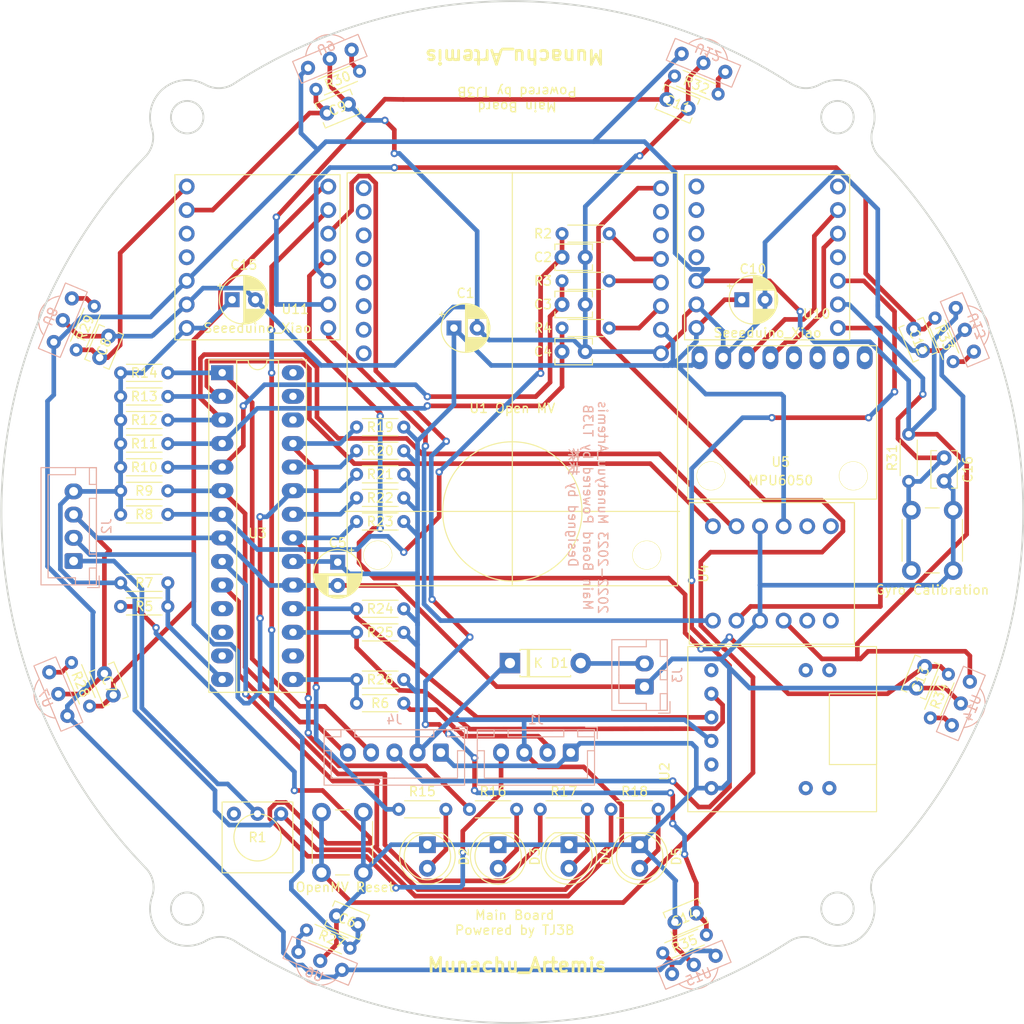
<source format=kicad_pcb>
(kicad_pcb (version 20211014) (generator pcbnew)
  (layers (0 "F.Cu" signal) (31 "B.Cu" signal) (34 "B.Paste" user) (35 "F.Paste" user) (36 "B.SilkS" user "B.Silkscreen") (37 "F.SilkS" user "F.Silkscreen") (38 "B.Mask" user) (39 "F.Mask" user) (44 "Edge.Cuts" user))
  (net 0 "")
  (net 1 "+5V")
  (net 2 "RES")
  (net 3 "AD5")
  (net 4 "AD4")
  (net 5 "AD3")
  (net 6 "+3V3")
  (net 7 "GND")
  (net 8 "Net-(D1-Pad2)")
  (net 9 "Net-(D2-Pad2)")
  (net 10 "Net-(D3-Pad2)")
  (net 11 "Net-(D4-Pad2)")
  (net 12 "Net-(D5-Pad2)")
  (net 13 "Net-(J1-Pad2)")
  (net 14 "Net-(J1-Pad4)")
  (net 15 "Net-(J2-Pad1)")
  (net 16 "AD6")
  (net 17 "SW2")
  (net 18 "MCLR")
  (net 19 "RA4")
  (net 20 "Net-(R2-Pad1)")
  (net 21 "Net-(R3-Pad1)")
  (net 22 "Net-(R4-Pad1)")
  (net 23 "SCL")
  (net 24 "SDA")
  (net 25 "AD2")
  (net 26 "AD1")
  (net 27 "AD9")
  (net 28 "AD10")
  (net 29 "MON LED")
  (net 30 "PWR LED")
  (net 31 "AD7")
  (net 32 "AD8")
  (net 33 "RX")
  (net 34 "TX")
  (net 35 "Net-(SW1-Pad1)")
  (net 59 "LV2")
  (net 60 "LV1")
  (net 61 "Net-(U10-Pad6)")
  (net 62 "Net-(U10-Pad5)")
  (net 67 "IR5")
  (net 68 "IR6")
  (net 69 "IR7")
  (net 70 "IR8")
  (net 77 "IR1")
  (net 78 "IR2")
  (net 79 "IR3")
  (net 80 "IR4")
  (net 83 "Net-(U6-Pad0)")
  (net 84 "Net-(U7-Pad0)")
  (net 85 "Net-(U8-Pad0)")
  (net 86 "Net-(U9-Pad0)")
  (net 87 "Net-(U12-Pad0)")
  (net 88 "Net-(U13-Pad0)")
  (net 89 "Net-(U14-Pad0)")
  (net 90 "Net-(U15-Pad0)")
  (footprint "Resistor_THT:R_Axial_DIN0204_L3.6mm_D1.6mm_P5.08mm_Horizontal" (layer "F.Cu") (at 143.764 108.966 -90)
    (fp_text reference "R31")
    (fp_text value "R")
  )
  (footprint "Capacitor_THT:C_Disc_D3.8mm_W2.6mm_P2.50mm" (layer "F.Cu") (at 106.446 89.916)
    (fp_text reference "C2")
    (fp_text value "C_Small")
  )
  (footprint "Resistor_THT:R_Axial_DIN0204_L3.6mm_D1.6mm_P5.08mm_Horizontal" (layer "F.Cu") (at 78.933346 162.349984 -22.5)
    (fp_text reference "R27")
    (fp_text value "100k")
  )
  (footprint "Button_Switch_THT:SW_PUSH_6mm_H5mm" (layer "F.Cu") (at 144.054 123.646 90)
    (fp_text reference "Gyro Calibration")
    (fp_text value "SW_Push")
  )
  (footprint "Resistor_THT:R_Axial_DIN0204_L3.6mm_D1.6mm_P5.08mm_Horizontal" (layer "F.Cu") (at 121.980654 162.857984 -157.5)
    (fp_text reference "R35")
    (fp_text value "100k")
  )
  (footprint "Capacitor_THT:C_Disc_D3.8mm_W2.6mm_P2.50mm" (layer "F.Cu") (at 82.157151 160.811646 -22.5)
    (fp_text reference "C6")
    (fp_text value "C_Small")
  )
  (footprint "Resistor_THT:R_Axial_DIN0204_L3.6mm_D1.6mm_P5.08mm_Horizontal" (layer "F.Cu") (at 111.526 97.536 180)
    (fp_text reference "R4")
    (fp_text value "R")
  )
  (footprint "Resistor_THT:R_Axial_DIN0204_L3.6mm_D1.6mm_P5.08mm_Horizontal" (layer "F.Cu") (at 111.526 87.376 180)
    (fp_text reference "R2")
    (fp_text value "R")
  )
  (footprint "LED_THT:LED_D5.0mm_Clear" (layer "F.Cu") (at 99.568 153.157 -90)
    (fp_text reference "D3")
    (fp_text value "LED")
  )
  (footprint "Resistor_THT:R_Axial_DIN0204_L3.6mm_D1.6mm_P5.08mm_Horizontal" (layer "F.Cu") (at 89.408 115.824 180)
    (fp_text reference "R22")
    (fp_text value "100k")
  )
  (footprint "LED_THT:LED_D5.0mm_Clear" (layer "F.Cu") (at 114.808 153.157 -90)
    (fp_text reference "D5")
    (fp_text value "LED")
  )
  (footprint "Package_DIP:DIP-28_W7.62mm_Socket_LongPads" (layer "F.Cu") (at 69.86 102.347)
    (fp_text reference "U3")
    (fp_text value "PIC18F26K20_ISS")
  )
  (footprint "Resistor_THT:R_Axial_DIN0204_L3.6mm_D1.6mm_P5.08mm_Horizontal" (layer "F.Cu") (at 118.557346 70.401984 -22.5)
    (fp_text reference "R32")
    (fp_text value "100k")
  )
  (footprint "Resistor_THT:R_Axial_DIN0204_L3.6mm_D1.6mm_P5.08mm_Horizontal" (layer "F.Cu") (at 58.928 109.982)
    (fp_text reference "R11")
    (fp_text value "100k")
  )
  (footprint "Capacitor_THT:C_Disc_D3.8mm_W2.6mm_P2.50mm" (layer "F.Cu") (at 57.179646 134.735151 -67.5)
    (fp_text reference "C7")
    (fp_text value "C_Small")
  )
  (footprint "Resistor_THT:R_Axial_DIN0204_L3.6mm_D1.6mm_P5.08mm_Horizontal" (layer "F.Cu") (at 111.526 92.456 180)
    (fp_text reference "R3")
    (fp_text value "R")
  )
  (footprint "Diode_THT:D_DO-41_SOD81_P7.62mm_Horizontal" (layer "F.Cu") (at 100.838 133.604)
    (fp_text reference "D1")
    (fp_text value "D")
  )
  (footprint "Capacitor_THT:CP_Radial_D5.0mm_P2.50mm" (layer "F.Cu") (at 70.930888 94.488)
    (fp_text reference "C15")
    (fp_text value "C")
  )
  (footprint "Resistor_THT:R_Axial_DIN0204_L3.6mm_D1.6mm_P5.08mm_Horizontal" (layer "F.Cu") (at 84.642654 69.893984 -157.5)
    (fp_text reference "R30")
    (fp_text value "100k")
  )
  (footprint "Capacitor_THT:C_Disc_D3.8mm_W2.6mm_P2.50mm" (layer "F.Cu") (at 147.574 111.506 -90)
    (fp_text reference "C16")
    (fp_text value "C_Small")
  )
  (footprint "Resistor_THT:R_Axial_DIN0204_L3.6mm_D1.6mm_P5.08mm_Horizontal" (layer "F.Cu") (at 89.408 127.762 180)
    (fp_text reference "R24")
    (fp_text value "10k")
  )
  (footprint "Capacitor_THT:C_Disc_D3.8mm_W2.6mm_P2.50mm" (layer "F.Cu") (at 144.301646 97.651151 -67.5)
    (fp_text reference "C12")
    (fp_text value "C_Small")
  )
  (footprint "Resistor_THT:R_Axial_DIN0204_L3.6mm_D1.6mm_P5.08mm_Horizontal" (layer "F.Cu") (at 89.408 130.302 180)
    (fp_text reference "R25")
    (fp_text value "10k")
  )
  (footprint "Lib:Type-C_Sirial_Board" (layer "F.Cu") (at 114.903 140.716 90)
    (fp_text reference "U2")
    (fp_text value "type-c_sirial")
  )
  (footprint "Capacitor_THT:C_Disc_D3.8mm_W2.6mm_P2.50mm" (layer "F.Cu") (at 120.904 160.528 -157.5)
    (fp_text reference "C14")
    (fp_text value "C_Small")
  )
  (footprint "Resistor_THT:R_Axial_DIN0204_L3.6mm_D1.6mm_P5.08mm_Horizontal" (layer "F.Cu") (at 58.928 102.362)
    (fp_text reference "R14")
    (fp_text value "10k")
  )
  (footprint "Resistor_THT:R_Axial_DIN0204_L3.6mm_D1.6mm_P5.08mm_Horizontal" (layer "F.Cu") (at 111.71834 149.347)
    (fp_text reference "R18")
    (fp_text value "330")
  )
  (footprint "Resistor_THT:R_Axial_DIN0204_L3.6mm_D1.6mm_P5.08mm_Horizontal" (layer "F.Cu") (at 89.408 113.284 180)
    (fp_text reference "R21")
    (fp_text value "100k")
  )
  (footprint "Capacitor_THT:C_Disc_D3.8mm_W2.6mm_P2.50mm" (layer "F.Cu") (at 57.628354 98.413151 -112.5)
    (fp_text reference "C8")
    (fp_text value "C_Small")
  )
  (footprint "Resistor_THT:R_Axial_DIN0204_L3.6mm_D1.6mm_P5.08mm_Horizontal" (layer "F.Cu") (at 88.85834 149.347)
    (fp_text reference "R15")
    (fp_text value "330")
  )
  (footprint "Capacitor_THT:C_Disc_D3.8mm_W2.6mm_P2.50mm" (layer "F.Cu") (at 106.446 100.076)
    (fp_text reference "C4")
    (fp_text value "C_Small")
  )
  (footprint "Capacitor_THT:CP_Radial_D5.0mm_P2.50mm" (layer "F.Cu") (at 125.794888 94.488)
    (fp_text reference "C10")
    (fp_text value "C")
  )
  (footprint "Lib:seeeduinoXIAO" (layer "F.Cu") (at 73.66 89.916)
    (fp_text reference "U11")
    (fp_text value "Seeeduino_Xiao")
  )
  (footprint "Lib:R_Varlable" (layer "F.Cu") (at 73.66 144.748)
    (fp_text reference "R1")
    (fp_text value "R_Variable")
  )
  (footprint "Resistor_THT:R_Axial_DIN0204_L3.6mm_D1.6mm_P5.08mm_Horizontal" (layer "F.Cu") (at 89.408 110.744 180)
    (fp_text reference "R20")
    (fp_text value "100k")
  )
  (footprint "Capacitor_THT:C_Disc_D3.8mm_W2.6mm_P2.50mm" (layer "F.Cu") (at 117.717151 72.927646 -22.5)
    (fp_text reference "C11")
    (fp_text value "C_Small")
  )
  (footprint "LED_THT:LED_D5.0mm_Clear" (layer "F.Cu") (at 91.948 153.157 -90)
    (fp_text reference "D2")
    (fp_text value "LED")
  )
  (footprint "Resistor_THT:R_Axial_DIN0204_L3.6mm_D1.6mm_P5.08mm_Horizontal" (layer "F.Cu") (at 53.637984 133.543346 -67.5)
    (fp_text reference "R28")
    (fp_text value "100k")
  )
  (footprint "Resistor_THT:R_Axial_DIN0204_L3.6mm_D1.6mm_P5.08mm_Horizontal" (layer "F.Cu") (at 58.928 127.508)
    (fp_text reference "R5")
    (fp_text value "10k")
  )
  (footprint "Resistor_THT:R_Axial_DIN0204_L3.6mm_D1.6mm_P5.08mm_Horizontal" (layer "F.Cu") (at 104.09834 149.347)
    (fp_text reference "R17")
    (fp_text value "330")
  )
  (footprint "Resistor_THT:R_Axial_DIN0204_L3.6mm_D1.6mm_P5.08mm_Horizontal" (layer "F.Cu") (at 89.408 108.204 180)
    (fp_text reference "R19")
    (fp_text value "100k")
  )
  (footprint "Capacitor_THT:CP_Radial_D5.0mm_P2.50mm" (layer "F.Cu") (at 82.296 122.746888 -90)
    (fp_text reference "C5")
    (fp_text value "C")
  )
  (footprint "Resistor_THT:R_Axial_DIN0204_L3.6mm_D1.6mm_P5.08mm_Horizontal" (layer "F.Cu") (at 89.408 135.382 180)
    (fp_text reference "R26")
    (fp_text value "10k")
  )
  (footprint "Capacitor_THT:C_Disc_D3.8mm_W2.6mm_P2.50mm" (layer "F.Cu") (at 145.492127 133.964978 -111.5)
    (fp_text reference "C13")
    (fp_text value "C_Small")
  )
  (footprint "Resistor_THT:R_Axial_DIN0204_L3.6mm_D1.6mm_P5.08mm_Horizontal" (layer "F.Cu") (at 58.928 104.902)
    (fp_text reference "R13")
    (fp_text value "100k")
  )
  (footprint "Button_Switch_THT:SW_PUSH_6mm_H5mm" (layer "F.Cu") (at 80.554 156.158 90)
    (fp_text reference "OpenMV Reset")
    (fp_text value "SW_Push")
  )
  (footprint "Resistor_THT:R_Axial_DIN0204_L3.6mm_D1.6mm_P5.08mm_Horizontal" (layer "F.Cu") (at 96.47834 149.347)
    (fp_text reference "R16")
    (fp_text value "330")
  )
  (footprint "Capacitor_THT:C_Disc_D3.8mm_W2.6mm_P2.50mm" (layer "F.Cu") (at 83.45085 73.435646 -157.5)
    (fp_text reference "C9")
    (fp_text value "C_Small")
  )
  (footprint "Resistor_THT:R_Axial_DIN0204_L3.6mm_D1.6mm_P5.08mm_Horizontal" (layer "F.Cu") (at 148.038016 134.813346 -112.5)
    (fp_text reference "R34")
    (fp_text value "100k")
  )
  (footprint "Resistor_THT:R_Axial_DIN0204_L3.6mm_D1.6mm_P5.08mm_Horizontal" (layer "F.Cu") (at 58.928 112.522)
    (fp_text reference "R10")
    (fp_text value "100k")
  )
  (footprint "Resistor_THT:R_Axial_DIN0204_L3.6mm_D1.6mm_P5.08mm_Horizontal" (layer "F.Cu") (at 58.928 115.062)
    (fp_text reference "R9")
    (fp_text value "10k")
  )
  (footprint "Resistor_THT:R_Axial_DIN0204_L3.6mm_D1.6mm_P5.08mm_Horizontal" (layer "F.Cu") (at 89.408 118.364 180)
    (fp_text reference "R23")
    (fp_text value "100k")
  )
  (footprint "Resistor_THT:R_Axial_DIN0204_L3.6mm_D1.6mm_P5.08mm_Horizontal" (layer "F.Cu") (at 146.601984 96.459346 -67.5)
    (fp_text reference "R33")
    (fp_text value "100k")
  )
  (footprint "Resistor_THT:R_Axial_DIN0204_L3.6mm_D1.6mm_P5.08mm_Horizontal" (layer "F.Cu") (at 56.090016 95.189346 -112.5)
    (fp_text reference "R29")
    (fp_text value "100k")
  )
  (footprint "LED_THT:LED_D5.0mm_Clear" (layer "F.Cu") (at 107.188 153.157 -90)
    (fp_text reference "D4")
    (fp_text value "LED")
  )
  (footprint "Lib:OpenMV" (layer "F.Cu") (at 101.092 125.279 180)
    (fp_text reference "U1 Open MV")
    (fp_text value "open_mv")
  )
  (footprint "Resistor_THT:R_Axial_DIN0204_L3.6mm_D1.6mm_P5.08mm_Horizontal" (layer "F.Cu") (at 58.928 117.602)
    (fp_text reference "R8")
    (fp_text value "100k")
  )
  (footprint "Resistor_THT:R_Axial_DIN0204_L3.6mm_D1.6mm_P5.08mm_Horizontal" (layer "F.Cu") (at 58.928 124.968)
    (fp_text reference "R7")
    (fp_text value "10k")
  )
  (footprint "Capacitor_THT:CP_Radial_D5.0mm_P2.50mm" (layer "F.Cu") (at 94.806888 97.536)
    (fp_text reference "C1")
    (fp_text value "C")
  )
  (footprint "Lib:Akizuki_Logic_Level_converter" (layer "F.Cu") (at 129.032 123.952 90)
    (fp_text reference "U4")
    (fp_text value "Akizuki_Logiv_Level_converter")
  )
  (footprint "Resistor_THT:R_Axial_DIN0204_L3.6mm_D1.6mm_P5.08mm_Horizontal" (layer "F.Cu") (at 58.928 107.442)
    (fp_text reference "R12")
    (fp_text value "100k")
  )
  (footprint "Lib:MPU6050" (layer "F.Cu") (at 119.983 100.711 90)
    (fp_text reference "U5")
    (fp_text value "MPU6050")
  )
  (footprint "Resistor_THT:R_Axial_DIN0204_L3.6mm_D1.6mm_P5.08mm_Horizontal" (layer "F.Cu") (at 89.408 137.922 180)
    (fp_text reference "R6")
    (fp_text value "10k")
  )
  (footprint "Capacitor_THT:C_Disc_D3.8mm_W2.6mm_P2.50mm" (layer "F.Cu") (at 106.446 94.996)
    (fp_text reference "C3")
    (fp_text value "C_Small")
  )
  (footprint "Lib:seeeduinoXIAO" (layer "F.Cu") (at 128.524 89.916)
    (fp_text reference "U10")
    (fp_text value "Seeeduino_Xiao")
  )
  (footprint "Lib:TSSP58038_IR" (layer "B.Cu") (at 145.112614 99.67256 -67.5)
    (fp_text reference "U13")
    (fp_text value "TSSP58038")
  )
  (footprint "Lib:TSSP58038_IR" (layer "B.Cu") (at 144.684009 136.005975 -112.5)
    (fp_text reference "U14")
    (fp_text value "TSSP58038")
  )
  (footprint "Lib:TSSP58038_IR" (layer "B.Cu") (at 82.35592 160.965904 157.5)
    (fp_text reference "U6")
    (fp_text value "TSSP58038")
  )
  (footprint "Lib:TSSP58038_IR" (layer "B.Cu") (at 57.395991 98.637815 67.5)
    (fp_text reference "U8")
    (fp_text value "TSSP58038")
  )
  (footprint "Connector_JST:JST_XH_B5B-XH-A_1x05_P2.50mm_Vertical" (layer "B.Cu") (at 93.392 143.239 180)
    (fp_text reference "J4")
    (fp_text value "Conn_01x05_Female")
  )
  (footprint "Lib:TSSP58038_IR" (layer "B.Cu") (at 118.689335 161.39451 -157.5)
    (fp_text reference "U15")
    (fp_text value "TSSP58038")
  )
  (footprint "Lib:TSSP58038_IR" (layer "B.Cu") (at 119.72408 73.677886 -22.5)
    (fp_text reference "U12")
    (fp_text value "TSSP58038")
  )
  (footprint "Lib:TSSP58038_IR" (layer "B.Cu") (at 83.390665 73.24928 22.5)
    (fp_text reference "U9")
    (fp_text value "TSSP58038")
  )
  (footprint "Connector_JST:JST_XH_B4B-XH-A_1x04_P2.50mm_Vertical" (layer "B.Cu") (at 107.382 143.239 180)
    (fp_text reference "J1")
    (fp_text value "Conn_01x04_Female")
  )
  (footprint "Connector_JST:JST_XH_B2B-XH-A_1x02_P2.50mm_Vertical" (layer "B.Cu") (at 115.316 136.144 90)
    (fp_text reference "J3")
    (fp_text value "Conn_01x02_Female")
  )
  (footprint "Lib:TSSP58038_IR" (layer "B.Cu") (at 56.914304 134.993217 112.5)
    (fp_text reference "U7")
    (fp_text value "TSSP58038")
  )
  (footprint "Connector_JST:JST_XH_B4B-XH-A_1x04_P2.50mm_Vertical" (layer "B.Cu") (at 53.865 122.622 90)
    (fp_text reference "J2")
    (fp_text value "Conn_01x04_Female")
  )
  (gr_arc (start 71.122492 71.230448) (mid 69.592437 71.71312) (end 68.032452 71.3383) (layer "Edge.Cuts") (width 0.2))
  (gr_arc (start 61.631491 155.660768) (mid 46.092009 117.379611) (end 61.587476 79.080617) (layer "Edge.Cuts") (width 0.2))
  (gr_arc (start 68.119747 163.494039) (mid 69.702809 163.080634) (end 71.267355 163.559368) (layer "Edge.Cuts") (width 0.2))
  (gr_circle (center 136.092 160.046105) (end 137.842 160.046105) (layer "Edge.Cuts") (width 0.2) (fill none))
  (gr_circle (center 136.092 74.836105) (end 137.842 74.836105) (layer "Edge.Cuts") (width 0.2) (fill none))
  (gr_arc (start 130.916645 163.559368) (mid 132.48119 163.080635) (end 134.064253 163.494039) (layer "Edge.Cuts") (width 0.2))
  (gr_arc (start 130.916645 163.559368) (mid 101.092 172.348) (end 71.267355 163.559368) (layer "Edge.Cuts") (width 0.2))
  (gr_arc (start 61.631491 155.660768) (mid 62.407925 157.100956) (end 62.3132 158.734363) (layer "Edge.Cuts") (width 0.2))
  (gr_arc (start 140.596524 79.080617) (mid 139.829024 77.671719) (end 139.897323 76.068791) (layer "Edge.Cuts") (width 0.2))
  (gr_circle (center 66.092 160.046105) (end 67.842 160.046105) (layer "Edge.Cuts") (width 0.2) (fill none))
  (gr_arc (start 68.119747 163.494039) (mid 63.556221 163.139619) (end 62.3132 158.734363) (layer "Edge.Cuts") (width 0.2))
  (gr_arc (start 62.286677 76.068791) (mid 62.35497 77.671719) (end 61.587476 79.080617) (layer "Edge.Cuts") (width 0.2))
  (gr_arc (start 62.286677 76.068791) (mid 63.549595 71.748036) (end 68.032452 71.3383) (layer "Edge.Cuts") (width 0.2))
  (gr_arc (start 71.122492 71.230448) (mid 101.092 62.348) (end 131.061508 71.230448) (layer "Edge.Cuts") (width 0.2))
  (gr_arc (start 139.8708 158.734363) (mid 138.627777 163.139612) (end 134.064253 163.494039) (layer "Edge.Cuts") (width 0.2))
  (gr_circle (center 66.092 74.836105) (end 67.842 74.836105) (layer "Edge.Cuts") (width 0.2) (fill none))
  (gr_arc (start 134.151548 71.3383) (mid 138.634403 71.748035) (end 139.897323 76.068791) (layer "Edge.Cuts") (width 0.2))
  (gr_arc (start 140.596524 79.080617) (mid 156.091991 117.379611) (end 140.552509 155.660768) (layer "Edge.Cuts") (width 0.2))
  (gr_arc (start 139.8708 158.734363) (mid 139.776097 157.100967) (end 140.552509 155.660768) (layer "Edge.Cuts") (width 0.2))
  (gr_arc (start 134.151548 71.3383) (mid 132.591562 71.713119) (end 131.061508 71.230448) (layer "Edge.Cuts") (width 0.2))
  (gr_text "2022-2023 Munatyuu_Artemis\nMain Board Powered by TJ3B\nDesigned by 抹茶" (at 109.22 116.84 270) (layer "B.SilkS") (effects (font (size 1 1)) (justify mirror)))
  (gr_text "Main Board\nPowered by TJ3B" (at 101.6 72.898 180) (layer "F.SilkS") (effects (font (size 1 1))))
  (gr_text "Munachu_Artemis" (at 101.346 68.326 180) (layer "F.SilkS") (effects (font (size 1.5 1.5) (thickness 0.3))))
  (gr_text "Munachu_Artemis" (at 101.6 166.116) (layer "F.SilkS") (effects (font (size 1.5 1.5) (thickness 0.3))))
  (gr_text "Main Board\nPowered by TJ3B" (at 101.346 161.544) (layer "F.SilkS") (effects (font (size 1 1))))
  (segment (start 112.867851 152.914917) (end 112.867851 148.870856) (width 0.5) (layer "F.Cu") (net 1))
  (segment (start 90.642249 158.687519) (end 107.095248 158.68752) (width 0.5) (layer "F.Cu") (net 1))
  (segment (start 107.095248 158.68752) (end 112.867851 152.914917) (width 0.5) (layer "F.Cu") (net 1))
  (segment (start 76.2 149.828) (end 80.077751 153.705751) (width 0.5) (layer "F.Cu") (net 1))
  (segment (start 80.077751 153.705751) (end 85.660481 153.705751) (width 0.5) (layer "F.Cu") (net 1))
  (segment (start 112.867851 148.870856) (end 108.776995 144.78) (width 0.5) (layer "F.Cu") (net 1))
  (segment (start 125.794888 94.488) (end 123.952 94.488) (width 0.5) (layer "F.Cu") (net 1))
  (segment (start 123.952 94.488) (end 120.904 97.536) (width 0.5) (layer "F.Cu") (net 1))
  (segment (start 103.923 144.78) (end 102.382 143.239) (width 0.5) (layer "F.Cu") (net 1))
  (segment (start 108.776995 144.78) (end 103.923 144.78) (width 0.5) (layer "F.Cu") (net 1))
  (segment (start 85.660481 153.705751) (end 90.642249 158.687519) (width 0.5) (layer "F.Cu") (net 1))
  (segment (start 82.216112 122.667) (end 82.296 122.746888) (width 0.5) (layer "B.Cu") (net 1))
  (segment (start 90.892 114.768) (end 90.892 114.848) (width 0.5) (layer "B.Cu") (net 1))
  (segment (start 52.44048 123.51175) (end 53.89673 124.968) (width 0.5) (layer "B.Cu") (net 1))
  (segment (start 69.088 149.509336) (end 70.618175 151.039511) (width 0.5) (layer "B.Cu") (net 1))
  (segment (start 89.408 127.762) (end 90.892 129.246) (width 0.5) (layer "B.Cu") (net 1))
  (segment (start 118.831511 101.559511) (end 120.404489 101.559511) (width 0.5) (layer "B.Cu") (net 1))
  (segment (start 58.928 124.968) (end 60.452 126.492) (width 0.5) (layer "B.Cu") (net 1))
  (segment (start 89.408 110.744) (end 90.892 112.228) (width 0.5) (layer "B.Cu") (net 1))
  (segment (start 69.088 147.32) (end 69.088 149.509336) (width 0.5) (layer "B.Cu") (net 1))
  (segment (start 83.545633 123.996521) (end 90.887479 123.996521) (width 0.5) (layer "B.Cu") (net 1))
  (segment (start 90.892 109.688) (end 94.806888 105.773112) (width 0.5) (layer "B.Cu") (net 1))
  (segment (start 53.89673 124.968) (end 58.928 124.968) (width 0.5) (layer "B.Cu") (net 1))
  (segment (start 90.892 143.239) (end 90.892 136.692) (width 0.5) (layer "B.Cu") (net 1))
  (segment (start 130.302 118.872) (end 130.302 104.902) (width 0.5) (layer "B.Cu") (net 1))
  (segment (start 90.892 112.308) (end 90.892 109.688) (width 0.5) (layer "B.Cu") (net 1))
  (segment (start 117.896489 101.559511) (end 118.391511 101.064489) (width 0.5) (layer "B.Cu") (net 1))
  (segment (start 89.408 130.302) (end 90.718 131.612) (width 0.5) (layer "B.Cu") (net 1))
  (segment (start 118.323511 101.559511) (end 120.904 98.979022) (width 0.5) (layer "B.Cu") (net 1))
  (segment (start 102.362 139.7) (end 94.488 139.7) (width 0.5) (layer "B.Cu") (net 1))
  (segment (start 94.488 139.7) (end 90.892 143.239) (width 0.5) (layer "B.Cu") (net 1))
  (segment (start 121.92 104.648) (end 118.831511 101.559511) (width 0.5) (layer "B.Cu") (net 1))
  (segment (start 90.892 114.848) (end 90.892 112.308) (width 0.5) (layer "B.Cu") (net 1))
  (segment (start 66.04 97.536) (end 67.882888 97.536) (width 0.5) (layer "B.Cu") (net 1))
  (segment (start 100.838 133.604) (end 100.527 133.604) (width 0.5) (layer "B.Cu") (net 1))
  (segment (start 67.882888 97.536) (end 70.930888 94.488) (width 0.5) (layer "B.Cu") (net 1))
  (segment (start 90.892 109.688) (end 89.408 108.204) (width 0.5) (layer "B.Cu") (net 1))
  (segment (start 90.892 119.928) (end 90.892 117.308) (width 0.5) (layer "B.Cu") (net 1))
  (segment (start 100.527 133.604) (end 90.892 143.239) (width 0.5) (layer "B.Cu") (net 1))
  (segment (start 90.892 123.992) (end 90.892 119.928) (width 0.5) (layer "B.Cu") (net 1))
  (segment (start 117.388489 101.559511) (end 117.896489 101.559511) (width 0.5) (layer "B.Cu") (net 1))
  (segment (start 90.892 112.228) (end 90.892 112.308) (width 0.5) (layer "B.Cu") (net 1))
  (segment (start 70.618175 151.039511) (end 74.988489 151.039511) (width 0.5) (layer "B.Cu") (net 1))
  (segment (start 90.892 129.5) (end 90.892 123.992) (width 0.5) (layer "B.Cu") (net 1))
  (segment (start 90.892 117.308) (end 90.892 114.848) (width 0.5) (layer "B.Cu") (net 1))
  (segment (start 60.452 138.684) (end 69.088 147.32) (width 0.5) (layer "B.Cu") (net 1))
  (segment (start 77.48 122.667) (end 82.216112 122.667) (width 0.5) (layer "B.Cu") (net 1))
  (segment (start 117.388489 101.559511) (end 118.323511 101.559511) (width 0.5) (layer "B.Cu") (net 1))
  (segment (start 58.868 115.122) (end 58.928 115.062) (width 0.5) (layer "B.Cu") (net 1))
  (segment (start 60.452 126.492) (end 60.452 138.684) (width 0.5) (layer "B.Cu") (net 1))
  (segment (start 66.04 97.536) (end 61.214 102.362) (width 0.5) (layer "B.Cu") (net 1))
  (segment (start 74.988489 151.039511) (end 76.2 149.828) (width 0.5) (layer "B.Cu") (net 1))
  (segment (start 89.408 135.382) (end 90.718 136.692) (width 0.5) (layer "B.Cu") (net 1))
  (segment (start 94.806888 105.773112) (end 94.806888 97.536) (width 0.5) (layer "B.Cu") (net 1))
  (segment (start 89.408 115.824) (end 90.892 117.308) (width 0.5) (layer "B.Cu") (net 1))
  (segment (start 53.865 115.122) (end 52.44048 116.54652) (width 0.5) (layer "B.Cu") (net 1))
  (segment (start 120.904 98.979022) (end 120.904 97.536) (width 0.5) (layer "B.Cu") (net 1))
  (segment (start 118.391511 101.064489) (end 118.391511 99.019511) (width 0.5) (layer "B.Cu") (net 1))
  (segment (start 90.892 119.848) (end 90.892 119.928) (width 0.5) (layer "B.Cu") (net 1))
  (segment (start 82.296 122.746888) (end 83.545633 123.996521) (width 0.5) (layer "B.Cu") (net 1))
  (segment (start 90.892 136.692) (end 90.892 131.612) (width 0.5) (layer "B.Cu") (net 1))
  (segment (start 61.214 102.362) (end 58.928 102.362) (width 0.5) (layer "B.Cu") (net 1))
  (segment (start 98.830399 101.559511) (end 117.388489 101.559511) (width 0.5) (layer "B.Cu") (net 1))
  (segment (start 94.806888 97.536) (end 98.830399 101.559511) (width 0.5) (layer "B.Cu") (net 1))
  (segment (start 52.44048 116.54652) (end 52.44048 123.51175) (width 0.5) (layer "B.Cu") (net 1))
  (segment (start 120.404489 101.559511) (end 121.253 100.711) (width 0.5) (layer "B.Cu") (net 1))
  (segment (start 90.892 131.612) (end 90.892 129.5) (width 0.5) (layer "B.Cu") (net 1))
  (segment (start 89.408 113.284) (end 90.892 114.768) (width 0.5) (layer "B.Cu") (net 1))
  (segment (start 130.048 104.648) (end 121.92 104.648) (width 0.5) (layer "B.Cu") (net 1))
  (segment (start 118.391511 99.019511) (end 117.092 97.72) (width 0.5) (layer "B.Cu") (net 1))
  (segment (start 89.408 118.364) (end 90.892 119.848) (width 0.5) (layer "B.Cu") (net 1))
  (segment (start 118.323511 101.559511) (end 118.831511 101.559511) (width 0.5) (layer "B.Cu") (net 1))
  (segment (start 58.928 117.602) (end 58.928 104.902) (width 0.5) (layer "B.Cu") (net 1))
  (segment (start 119.634 139.7) (end 102.362 139.7) (width 0.5) (layer "B.Cu") (net 1))
  (segment (start 53.865 115.122) (end 58.868 115.122) (width 0.5) (layer "B.Cu") (net 1))
  (segment (start 90.887479 123.996521) (end 90.892 123.992) (width 0.5) (layer "B.Cu") (net 1))
  (segment (start 122.523 141.986) (end 119.634 139.7) (width 0.5) (layer "B.Cu") (net 1))
  (segment (start 102.382 143.239) (end 102.362 139.954) (width 0.5) (layer "B.Cu") (net 1))
  (segment (start 58.928 102.362) (end 58.928 117.602) (width 0.5) (layer "B.Cu") (net 1))
  (segment (start 90.892 129.246) (end 90.892 129.5) (width 0.5) (layer "B.Cu") (net 1))
  (segment (start 90.718 136.692) (end 90.892 136.692) (width 0.5) (layer "B.Cu") (net 1))
  (segment (start 90.718 131.612) (end 90.892 131.612) (width 0.5) (layer "B.Cu") (net 1))
  (segment (start 130.302 104.902) (end 130.048 104.648) (width 0.5) (layer "B.Cu") (net 1))
  (segment (start 144.678345 111.506) (end 147.574 111.506) (width 0.5) (layer "F.Cu") (net 2))
  (segment (start 142.614489 109.442144) (end 144.678345 111.506) (width 0.5) (layer "F.Cu") (net 2))
  (segment (start 142.614489 107.321511) (end 142.614489 109.442144) (width 0.5) (layer "F.Cu") (net 2))
  (segment (start 145.288 104.648) (end 142.614489 107.321511) (width 0.5) (layer "F.Cu") (net 2))
  (via (at 145.288 104.648) (size 0.8) (drill 0.4) (layers "F.Cu" "B.Cu") (net 2))
  (segment (start 143.764 114.046) (end 143.764 123.356) (width 0.5) (layer "B.Cu") (net 2))
  (segment (start 145.034 114.046) (end 147.574 111.506) (width 0.5) (layer "B.Cu") (net 2))
  (segment (start 145.288 102.937919) (end 145.288 104.648) (width 0.5) (layer "B.Cu") (net 2))
  (segment (start 143.764 123.356) (end 144.054 123.646) (width 0.5) (layer "B.Cu") (net 2))
  (segment (start 137.346081 94.996) (end 145.288 102.937919) (width 0.5) (layer "B.Cu") (net 2))
  (segment (start 136.144 94.996) (end 137.346081 94.996) (width 0.5) (layer "B.Cu") (net 2))
  (segment (start 143.764 114.046) (end 145.034 114.046) (width 0.5) (layer "B.Cu") (net 2))
  (segment (start 89.408 121.666) (end 93.218 117.856) (width 0.5) (layer "F.Cu") (net 3))
  (segment (start 106.446 87.376) (end 106.446 89.916) (width 0.5) (layer "F.Cu") (net 3))
  (segment (start 93.218 117.856) (end 93.218 113.03) (width 0.5) (layer "F.Cu") (net 3))
  (segment (start 104.14 92.222) (end 106.446 89.916) (width 0.5) (layer "F.Cu") (net 3))
  (segment (start 104.14 102.409011) (end 104.14 92.222) (width 0.5) (layer "F.Cu") (net 3))
  (via (at 89.408 121.666) (size 0.8) (drill 0.4) (layers "F.Cu" "B.Cu") (net 3))
  (via (at 93.218 113.03) (size 0.8) (drill 0.4) (layers "F.Cu" "B.Cu") (net 3))
  (via (at 104.14 102.409011) (size 0.8) (drill 0.4) (layers "F.Cu" "B.Cu") (net 3))
  (segment (start 73.64952 121.37652) (end 84.358445 121.37652) (width 0.5) (layer "B.Cu") (net 3))
  (segment (start 103.838989 102.409011) (end 104.14 102.409011) (width 0.5) (layer "B.Cu") (net 3))
  (segment (start 69.86 117.587) (end 64.023 117.587) (width 0.5) (layer "B.Cu") (net 3))
  (segment (start 69.86 117.587) (end 73.64952 121.37652) (width 0.5) (layer "B.Cu") (net 3))
  (segment (start 85.777486 119.957479) (end 87.699479 119.957479) (width 0.5) (layer "B.Cu") (net 3))
  (segment (start 87.699479 119.957479) (end 89.408 121.666) (width 0.5) (layer "B.Cu") (net 3))
  (segment (start 93.218 113.03) (end 103.838989 102.409011) (width 0.5) (layer "B.Cu") (net 3))
  (segment (start 64.023 117.587) (end 64.008 117.602) (width 0.5) (layer "B.Cu") (net 3))
  (segment (start 84.358445 121.37652) (end 85.777486 119.957479) (width 0.5) (layer "B.Cu") (net 3))
  (segment (start 105.156 103.378) (end 103.615503 104.918497) (width 0.5) (layer "F.Cu") (net 4))
  (segment (start 106.446 94.996) (end 105.156 96.286) (width 0.5) (layer "F.Cu") (net 4))
  (segment (start 72.136 110.231) (end 69.86 112.507) (width 0.5) (layer "F.Cu") (net 4))
  (segment (start 103.615503 104.918497) (end 91.948 104.918497) (width 0.5) (layer "F.Cu") (net 4))
  (segment (start 105.156 96.286) (end 105.156 103.378) (width 0.5) (layer "F.Cu") (net 4))
  (segment (start 106.446 92.456) (end 106.446 94.996) (width 0.5) (layer "F.Cu") (net 4))
  (segment (start 72.136 105.918) (end 72.136 110.231) (width 0.5) (layer "F.Cu") (net 4))
  (via (at 91.948 104.918497) (size 0.8) (drill 0.4) (layers "F.Cu" "B.Cu") (net 4))
  (via (at 72.136 105.918) (size 0.8) (drill 0.4) (layers "F.Cu" "B.Cu") (net 4))
  (segment (start 91.948 104.918497) (end 90.666983 103.63748) (width 0.5) (layer "B.Cu") (net 4))
  (segment (start 64.008 112.522) (end 69.845 112.522) (width 0.5) (layer "B.Cu") (net 4))
  (segment (start 90.666983 103.63748) (end 74.41652 103.63748) (width 0.5) (layer "B.Cu") (net 4))
  (segment (start 69.845 112.522) (end 69.86 112.507) (width 0.5) (layer "B.Cu") (net 4))
  (segment (start 74.41652 103.63748) (end 72.136 105.918) (width 0.5) (layer "B.Cu") (net 4))
  (segment (start 106.446 103.866) (end 105.156 105.156) (width 0.5) (layer "F.Cu") (net 5))
  (segment (start 106.446 97.536) (end 106.446 100.076) (width 0.5) (layer "F.Cu") (net 5))
  (segment (start 104.394 105.918) (end 91.948 105.918) (width 0.5) (layer "F.Cu") (net 5))
  (segment (start 106.446 100.076) (end 106.446 103.866) (width 0.5) (layer "F.Cu") (net 5))
  (segment (start 105.156 105.156) (end 104.394 105.918) (width 0.5) (layer "F.Cu") (net 5))
  (via (at 91.948 105.918) (size 0.8) (drill 0.4) (layers "F.Cu" "B.Cu") (net 5))
  (segment (start 64.008 109.982) (end 69.845 109.982) (width 0.5) (layer "B.Cu") (net 5))
  (segment (start 73.64952 106.17748) (end 69.86 109.967) (width 0.5) (layer "B.Cu") (net 5))
  (segment (start 91.68852 106.17748) (end 73.64952 106.17748) (width 0.5) (layer "B.Cu") (net 5))
  (segment (start 91.948 105.918) (end 91.68852 106.17748) (width 0.5) (layer "B.Cu") (net 5))
  (segment (start 69.845 109.982) (end 69.86 109.967) (width 0.5) (layer "B.Cu") (net 5))
  (segment (start 150.003511 112.168435) (end 150.003511 119.746408) (width 0.5) (layer "F.Cu") (net 6))
  (segment (start 146.801076 108.966) (end 150.003511 112.168435) (width 0.5) (layer "F.Cu") (net 6))
  (segment (start 138.566115 133.154489) (end 134.424489 133.154489) (width 0.5) (layer "F.Cu") (net 6))
  (segment (start 150.349333 135.603353) (end 150.349333 132.823333) (width 0.5) (layer "F.Cu") (net 6))
  (segment (start 132.08 95.758) (end 128.778 92.456) (width 0.5) (layer "F.Cu") (net 6))
  (segment (start 138.234489 131.51543) (end 138.234489 133.154489) (width 0.5) (layer "F.Cu") (net 6))
  (segment (start 150.003511 119.746408) (end 138.234489 131.51543) (width 0.5) (layer "F.Cu") (net 6))
  (segment (start 139.386604 132.334) (end 138.566115 133.154489) (width 0.5) (layer "F.Cu") (net 6))
  (segment (start 150.349333 132.823333) (end 149.86 132.334) (width 0.5) (layer "F.Cu") (net 6))
  (segment (start 134.424489 133.154489) (end 130.302 129.032) (width 0.5) (layer "F.Cu") (net 6))
  (segment (start 143.764 108.966) (end 146.801076 108.966) (width 0.5) (layer "F.Cu") (net 6))
  (segment (start 128.778 92.456) (end 120.904 92.456) (width 0.5) (layer "F.Cu") (net 6))
  (segment (start 149.86 132.334) (end 139.386604 132.334) (width 0.5) (layer "F.Cu") (net 6))
  (via (at 132.08 95.758) (size 0.8) (drill 0.4) (layers "F.Cu" "B.Cu") (net 6))
  (segment (start 81.026 77.47) (end 80.137 78.359) (width 0.5) (layer "B.Cu") (net 6))
  (segment (start 117.784888 165.848323) (end 119.159526 165.848323) (width 0.5) (layer "B.Cu") (net 6))
  (segment (start 80.525227 167.393227) (end 80.01 166.878) (width 0.5) (layer "B.Cu") (net 6))
  (segment (start 54.770945 96.338857) (end 52.069365 99.040437) (width 0.5) (layer "B.Cu") (net 6))
  (segment (start 80.137 78.359) (end 66.04 92.456) (width 0.5) (layer "B.Cu") (net 6))
  (segment (start 117.001983 166.631228) (end 117.784888 165.848323) (width 0.5) (layer "B.Cu") (net 6))
  (segment (start 51.730667 99.040437) (end 51.730667 104.733333) (width 0.5) (layer "B.Cu") (net 6))
  (segment (start 146.507866 98.785544) (end 146.507866 106.222134) (width 0.5) (layer "B.Cu") (net 6))
  (segment (start 146.507866 106.222134) (end 143.764 108.966) (width 0.5) (layer "B.Cu") (net 6))
  (segment (start 79.099979 69.527988) (end 78.33798 70.289987) (width 0.5) (layer "B.Cu") (net 6))
  (segment (start 52.069365 99.040437) (end 51.730667 99.040437) (width 0.5) (layer "B.Cu") (net 6))
  (segment (start 53.193012 139.283903) (end 53.193012 138.206273) (width 0.5) (layer "B.Cu") (net 6))
  (segment (start 78.33798 70.289987) (end 78.33798 76.55998) (width 0.5) (layer "B.Cu") (net 6))
  (segment (start 81.026 77.47) (end 109.863675 77.47) (width 0.5) (layer "B.Cu") (net 6))
  (segment (start 76.454 164.789298) (end 76.454 162.544891) (width 0.5) (layer "B.Cu") (net 6))
  (segment (start 77.780702 166.116) (end 76.454 164.789298) (width 0.5) (layer "B.Cu") (net 6))
  (segment (start 80.01 166.878) (end 79.248 166.878) (width 0.5) (layer "B.Cu") (net 6))
  (segment (start 122.456219 164.592) (end 122.980021 165.115802) (width 0.5) (layer "B.Cu") (net 6))
  (segment (start 66.04 92.456) (end 62.157143 96.338857) (width 0.5) (layer "B.Cu") (net 6))
  (segment (start 120.365724 91.215511) (end 118.618 89.467787) (width 0.5) (layer "B.Cu") (net 6))
  (segment (start 118.618 89.467787) (end 118.618 80.772) (width 0.5) (layer "B.Cu") (net 6))
  (segment (start 143.764 103.204202) (end 139.571278 99.01148) (width 0.5) (layer "B.Cu") (net 6))
  (segment (start 51.054 123.19) (end 51.054 105.41) (width 0.5) (layer "B.Cu") (net 6))
  (segment (start 119.159526 165.848323) (end 120.415849 164.592) (width 0.5) (layer "B.Cu") (net 6))
  (segment (start 119.321113 68.012562) (end 119.321458 68.012562) (width 0.5) (layer "B.Cu") (net 6))
  (segment (start 78.486 166.116) (end 77.780702 166.116) (width 0.5) (layer "B.Cu") (net 6))
  (segment (start 55.930135 135.46915) (end 55.930135 128.196603) (width 0.5) (layer "B.Cu") (net 6))
  (segment (start 132.08 97.48748) (end 132.08 95.758) (width 0.5) (layer "B.Cu") (net 6))
  (segment (start 76.454 162.544891) (end 53.193012 139.283903) (width 0.5) (layer "B.Cu") (net 6))
  (segment (start 148.833906 96.459504) (end 146.507866 98.785544) (width 0.5) (layer "B.Cu") (net 6))
  (segment (start 109.863675 77.47) (end 119.321113 68.012562) (width 0.5) (layer "B.Cu") (net 6))
  (segment (start 118.618 80.772) (end 115.316 77.47) (width 0.5) (layer "B.Cu") (net 6))
  (segment (start 82.758542 166.631228) (end 81.996543 167.393227) (width 0.5) (layer "B.Cu") (net 6))
  (segment (start 53.193012 138.206273) (end 55.930135 135.46915) (width 0.5) (layer "B.Cu") (net 6))
  (segment (start 81.996543 167.393227) (end 80.525227 167.393227) (width 0.5) (layer "B.Cu") (net 6))
  (segment (start 133.604 99.01148) (end 132.08 97.48748) (width 0.5) (layer "B.Cu") (net 6))
  (segment (start 82.758542 166.631228) (end 117.001983 166.631228) (width 0.5) (layer "B.Cu") (net 6))
  (segment (start 143.764 108.966) (end 143.764 103.204202) (width 0.5) (layer "B.Cu") (net 6))
  (segment (start 78.33798 76.55998) (end 80.137 78.359) (width 0.5) (layer "B.Cu") (net 6))
  (segment (start 55.930135 128.196603) (end 55.995369 128.131369) (width 0.5) (layer "B.Cu") (net 6))
  (segment (start 62.157143 96.338857) (end 54.770945 96.338857) (width 0.5) (layer "B.Cu") (net 6))
  (segment (start 148.833906 95.381874) (end 148.833906 96.459504) (width 0.5) (layer "B.Cu") (net 6))
  (segment (start 139.571278 99.01148) (end 133.604 99.01148) (width 0.5) (layer "B.Cu") (net 6))
  (segment (start 79.248 166.878) (end 78.486 166.116) (width 0.5) (layer "B.Cu") (net 6))
  (segment (start 115.316 77.47) (end 109.863675 77.47) (width 0.5) (layer "B.Cu") (net 6))
  (segment (start 55.995369 128.131369) (end 51.054 123.19) (width 0.5) (layer "B.Cu") (net 6))
  (segment (start 51.730667 104.733333) (end 51.054 105.41) (width 0.5) (layer "B.Cu") (net 6))
  (segment (start 122.144489 91.215511) (end 120.365724 91.215511) (width 0.5) (layer "B.Cu") (net 6))
  (segment (start 120.415849 164.592) (end 122.456219 164.592) (width 0.5) (layer "B.Cu") (net 6))
  (segment (start 120.904 92.456) (end 122.144489 91.215511) (width 0.5) (layer "B.Cu") (net 6))
  (segment (start 54.977548 136.937249) (end 57.179646 134.735151) (width 0.5) (layer "F.Cu") (net 7))
  (segment (start 117.092 100.26) (end 119.604489 97.747511) (width 0.5) (layer "F.Cu") (net 7))
  (segment (start 88.518543 125.246888) (end 99.415655 136.144) (width 0.5) (layer "F.Cu") (net 7))
  (segment (start 57.179646 134.735151) (end 57.179646 122.081508) (width 0.5) (layer "F.Cu") (net 7))
  (segment (start 147.718332 136.291022) (end 149.377317 137.950007) (width 0.5) (layer "F.Cu") (net 7))
  (segment (start 120.02685 70.62584) (end 121.668112 68.984578) (width 0.5) (layer "F.Cu") (net 7))
  (segment (start 147.5736 99.96085) (end 149.805922 97.728528) (width 0.5) (layer "F.Cu") (net 7))
  (segment (start 82.296 125.246888) (end 88.518543 125.246888) (width 0.5) (layer "F.Cu") (net 7))
  (segment (start 82.157151 160.811646) (end 82.157151 163.913949) (width 0.5) (layer "F.Cu") (net 7))
  (segment (start 88.392 76.2) (end 87.376 75.184) (width 0.5) (layer "F.Cu") (net 7))
  (segment (start 81.446633 68.555972) (end 81.446633 71.431429) (width 0.5) (layer "F.Cu") (net 7))
  (segment (start 57.628354 98.413151) (end 54.422051 98.413151) (width 0.5) (layer "F.Cu") (net 7))
  (segment (start 82.157151 163.913949) (end 80.411888 165.659212) (width 0.5) (layer "F.Cu") (net 7))
  (segment (start 52.220996 136.937249) (end 54.977548 136.937249) (width 0.5) (layer "F.Cu") (net 7))
  (segment (start 120.02685 73.884355) (end 120.02685 70.62584) (width 0.5) (layer "F.Cu") (net 7))
  (segment (start 57.179646 122.081508) (end 57.752077 121.509077) (width 0.5) (layer "F.Cu") (net 7))
  (segment (start 81.446633 71.431429) (end 83.45085 73.435646) (width 0.5) (layer "F.Cu") (net 7))
  (segment (start 88.392 78.74) (end 88.392 76.2) (width 0.5) (layer "F.Cu") (net 7))
  (segment (start 144.575874 136.291022) (end 147.718332 136.291022) (width 0.5) (layer "F.Cu") (net 7))
  (segment (start 54.422051 98.413151) (end 52.702683 96.693783) (width 0.5) (layer "F.Cu") (net 7))
  (segment (start 118.594301 161.484709) (end 118.594301 164.048752) (width 0.5) (layer "F.Cu") (net 7))
  (segment (start 118.594301 164.048752) (end 120.633367 166.087818) (width 0.5) (layer "F.Cu") (net 7))
  (segment (start 119.604489 97.747511) (end 119.604489 96.295511) (width 0.5) (layer "F.Cu") (net 7))
  (segment (start 145.258355 99.96085) (end 147.5736 99.96085) (width 0.5) (layer "F.Cu") (net 7))
  (segment (start 114.917205 78.994) (end 120.02685 73.884355) (width 0.5) (layer "F.Cu") (net 7))
  (segment (start 99.415655 136.144) (end 115.316 136.144) (width 0.5) (layer "F.Cu") (net 7))
  (segment (start 114.808 78.994) (end 114.917205 78.994) (width 0.5) (layer "F.Cu") (net 7))
  (segment (start 57.752077 121.509077) (end 53.865 117.622) (width 0.5) (layer "F.Cu") (net 7))
  (segment (start 119.604489 96.295511) (end 120.904 94.996) (width 0.5) (layer "F.Cu") (net 7))
  (via (at 88.392 78.74) (size 0.8) (drill 0.4) (layers "F.Cu" "B.Cu") (net 7))
  (via (at 114.808 78.994) (size 0.8) (drill 0.4) (layers "F.Cu" "B.Cu") (net 7))
  (via (at 87.376 75.184) (size 0.8) (drill 0.4) (layers "F.Cu" "B.Cu") (net 7))
  (segment (start 56.37 120.127) (end 69.86 120.127) (width 0.5) (layer "B.Cu") (net 7))
  (segment (start 93.392 143.239) (end 94.81652 144.66352) (width 0.5) (layer "B.Cu") (net 7))
  (segment (start 97.306888 87.113241) (end 88.933647 78.74) (width 0.5) (layer "B.Cu") (net 7))
  (segment (start 88.055 153.157) (end 85.054 156.158) (width 0.5) (layer "B.Cu") (net 7))
  (segment (start 72.181377 93.238489) (end 67.797511 93.238489) (width 0.5) (layer "B.Cu") (net 7))
  (segment (start 140.436055 84.750268) (end 140.436055 95.224055) (width 0.5) (layer "B.Cu") (net 7))
  (segment (start 97.306888 95.274888) (end 97.306888 97.536) (width 0.5) (layer "B.Cu") (net 7))
  (segment (start 88.432489 101.559511) (end 94.717112 95.274888) (width 0.5) (layer "B.Cu") (net 7))
  (segment (start 108.946 84.455966) (end 108.946 89.916) (width 0.5) (layer "B.Cu") (net 7))
  (segment (start 85.054 149.658) (end 85.054 156.158) (width 0.5) (layer "B.Cu") (net 7))
  (segment (start 94.717112 95.274888) (end 97.306888 95.274888) (width 0.5) (layer "B.Cu") (net 7))
  (segment (start 62.247431 98.413151) (end 62.43514 98.298) (width 0.5) (layer "B.Cu") (net 7))
  (segment (start 127.762 125.222) (end 127.762 118.872) (width 0.5) (layer "B.Cu") (net 7))
  (segment (start 148.554 123.646) (end 146.978 125.222) (width 0.5) (layer "B.Cu") (net 7))
  (segment (start 88.933647 78.74) (end 88.392 78.74) (width 0.5) (layer "B.Cu") (net 7))
  (segment (start 118.305511 133.154489) (end 123.502489 133.154489) (width 0.5) (layer "B.Cu") (net 7))
  (segment (start 127.762 129.032) (end 127.762 125.222) (width 0.5) (layer "B.Cu") (net 7))
  (segment (start 147.574 114.006) (end 149.606 111.974) (width 0.5) (layer "B.Cu") (net 7))
  (segment (start 123.793 97.885) (end 123.793 100.711) (width 0.5) (layer "B.Cu") (net 7))
  (segment (start 147.32 100.21445) (end 149.805922 97.728528) (width 0.5) (layer "B.Cu") (net 7))
  (segment (start 108.946 100.076) (end 108.946 89.916) (width 0.5) (layer "B.Cu") (net 7))
  (segment (start 118.305511 133.154489) (end 123.639511 133.154489) (width 0.5) (layer "B.Cu") (net 7))
  (segment (start 128.294888 94.488) (end 128.294888 96.209112) (width 0.5) (layer "B.Cu") (net 7))
  (segment (start 73.430888 94.488) (end 72.181377 93.238489) (width 0.5) (layer "B.Cu") (net 7))
  (segment (start 115.316 136.144) (end 118.305511 133.154489) (width 0.5) (layer "B.Cu") (net 7))
  (segment (start 107.696489 98.826489) (end 108.946 100.076) (width 0.5) (layer "B.Cu") (net 7))
  (segment (start 128.294888 96.209112) (end 123.793 100.711) (width 0.5) (layer "B.Cu") (net 7))
  (segment (start 67.797511 93.238489) (end 66.04 94.996) (width 0.5) (layer "B.Cu") (net 7))
  (segment (start 124.46 134.112) (end 124.46 146.304) (width 0.5) (layer "B.Cu") (net 7))
  (segment (start 53.865 117.622) (end 56.37 120.127) (width 0.5) (layer "B.Cu") (net 7))
  (segment (start 91.948 153.157) (end 88.055 153.157) (width 0.5) (layer "B.Cu") (net 7))
  (segment (start 82.296 125.246888) (end 77.519888 125.246888) (width 0.5) (layer "B.Cu") (net 7))
  (segment (start 118.594301 161.484709) (end 118.594301 157.133369) (width 0.5) (layer "B.Cu") (net 7))
  (segment (start 87.376 75.184) (end 85.199204 75.184) (width 0.5) (layer "B.Cu") (net 7))
  (segment (start 118.594301 157.133369) (end 118.689335 157.038335) (width 0.5) (layer "B.Cu") (net 7))
  (segment (start 80.502399 101.559511) (end 88.432489 101.559511) (width 0.5) (layer "B.Cu") (net 7))
  (segment (start 120.396 142.24) (end 120.899 142.743) (width 0.5) (layer "B.Cu") (net 7))
  (segment (start 85.199204 75.184) (end 83.45085 73.435646) (width 0.5) (layer "B.Cu") (net 7))
  (segment (start 120.899 142.743) (end 120.899 147.066) (width 0.5) (layer "B.Cu") (net 7))
  (segment (start 149.606 111.974) (end 149.606 104.902) (width 0.5) (layer "B.Cu") (net 7))
  (segment (start 118.689335 157.038335) (end 114.808 153.157) (width 0.5) (layer "B.Cu") (net 7))
  (segment (start 73.430888 94.488) (end 80.502399 101.559511) (width 0.5) (layer "B.Cu") (net 7))
  (segment (start 135.830213 80.772) (end 136.457787 80.772) (width 0.5) (layer "B.Cu") (net 7))
  (segment (start 74.979888 125.246888) (end 69.86 120.127) (width 0.5) (layer "B.Cu") (net 7))
  (segment (start 94.81652 144.66352) (end 105.95748 144.66352) (width 0.5) (layer "B.Cu") (net 7))
  (segment (start 148.554 123.646) (end 148.554 117.146) (width 0.5) (layer "B.Cu") (net 7))
  (segment (start 114.808 153.157) (end 91.948 153.157) (width 0.5) (layer "B.Cu") (net 7))
  (segment (start 85.054 156.158) (end 85.054 158.215563) (width 0.5) (layer "B.Cu") (net 7))
  (segment (start 144.575874 136.291022) (end 126.639022 136.291022) (width 0.5) (layer "B.Cu") (net 7))
  (segment (start 123.952 133.604) (end 124.46 134.112) (width 0.5) (layer "B.Cu") (net 7))
  (segment (start 105.95748 144.66352) (end 107.382 143.239) (width 0.5) (layer "B.Cu") (net 7))
  (segment (start 120.904 94.996) (end 123.793 97.885) (width 0.5) (layer "B.Cu") (net 7))
  (segment (start 108.381 142.24) (end 120.396 142.24) (width 0.5) (layer "B.Cu") (net 7))
  (segment (start 82.157151 160.811646) (end 84.753234 158.215563) (width 0.5) (layer "B.Cu") (net 7))
  (segment (start 62.43514 98.298) (end 66.04 94.996) (width 0.5) (layer "B.Cu") (net 7))
  (segment (start 147.32 102.616) (end 147.32 100.21445) (width 0.5) (layer "B.Cu") (net 7))
  (segment (start 107.382 143.239) (end 108.381 142.24) (width 0.5) (layer "B.Cu") (net 7))
  (segment (start 108.946 84.455966) (end 114.407966 78.994) (width 0.5) (layer "B.Cu") (net 7))
  (segment (start 116.908 100.076) (end 117.092 100.26) (width 0.5) (layer "B.Cu") (net 7))
  (segment (start 145.258355 99.96085) (end 144.126985 99.96085) (width 0.5) (layer "B.Cu") (net 7))
  (segment (start 123.698 147.066) (end 122.523 147.066) (width 0.5) (layer "B.Cu") (net 7))
  (segment (start 148.554 114.986) (end 147.574 114.006) (width 0.5) (layer "B.Cu") (net 7))
  (segment (start 126.639022 136.291022) (end 123.952 133.604) (width 0.5) (layer "B.Cu") (net 7))
  (segment (start 82.296 125.246888) (end 74.979888 125.246888) (width 0.5) (layer "B.Cu") (net 7))
  (segment (start 144.126985 99.96085) (end 140.436055 96.26992) (width 0.5) (layer "B.Cu") (net 7))
  (segment (start 97.306888 97.536) (end 98.597377 98.826489) (width 0.5) (layer "B.Cu") (net 7))
  (segment (start 149.606 104.902) (end 147.32 102.616) (width 0.5) (layer "B.Cu") (net 7))
  (segment (start 146.978 125.222) (end 127.762 125.222) (width 0.5) (layer "B.Cu") (net 7))
  (segment (start 122.523 147.066) (end 120.899 147.066) (width 0.5) (layer "B.Cu") (net 7))
  (segment (start 128.294888 88.307325) (end 135.830213 80.772) (width 0.5) (layer "B.Cu") (net 7))
  (segment (start 140.436055 96.26992) (end 140.436055 94.996) (width 0.5) (layer "B.Cu") (net 7))
  (segment (start 57.628354 98.413151) (end 62.247431 98.413151) (width 0.5) (layer "B.Cu") (net 7))
  (segment (start 114.407966 78.994) (end 114.808 78.994) (width 0.5) (layer "B.Cu") (net 7))
  (segment (start 77.519888 125.246888) (end 77.48 125.207) (width 0.5) (layer "B.Cu") (net 7))
  (segment (start 123.502489 133.154489) (end 123.952 133.604) (width 0.5) (layer "B.Cu") (net 7))
  (segment (start 123.639511 133.154489) (end 127.762 129.032) (width 0.5) (layer "B.Cu") (net 7))
  (segment (start 97.306888 87.113241) (end 97.306888 95.274888) (width 0.5) (layer "B.Cu") (net 7))
  (segment (start 136.457787 80.772) (end 140.436055 84.750268) (width 0.5) (layer "B.Cu") (net 7))
  (segment (start 108.946 100.076) (end 116.908 100.076) (width 0.5) (layer "B.Cu") (net 7))
  (segment (start 98.597377 98.826489) (end 107.696489 98.826489) (width 0.5) (layer "B.Cu") (net 7))
  (segment (start 84.753234 158.215563) (end 85.054 158.215563) (width 0.5) (layer "B.Cu") (net 7))
  (segment (start 124.46 146.304) (end 123.698 147.066) (width 0.5) (layer "B.Cu") (net 7))
  (segment (start 120.899 147.066) (end 114.808 153.157) (width 0.5) (layer "B.Cu") (net 7))
  (segment (start 128.294888 94.488) (end 128.294888 88.307325) (width 0.5) (layer "B.Cu") (net 7))
  (segment (start 148.554 117.146) (end 148.554 114.986) (width 0.5) (layer "B.Cu") (net 7))
  (segment (start 115.316 133.644) (end 108.498 133.644) (width 0.5) (layer "B.Cu") (net 8))
  (segment (start 108.498 133.644) (end 108.458 133.604) (width 0.5) (layer "B.Cu") (net 8))
  (segment (start 93.93834 153.70666) (end 93.93834 149.347) (width 0.5) (layer "F.Cu") (net 9))
  (segment (start 91.948 155.697) (end 93.93834 153.70666) (width 0.5) (layer "F.Cu") (net 9))
  (segment (start 101.55834 153.70666) (end 101.55834 149.347) (width 0.5) (layer "F.Cu") (net 10))
  (segment (start 99.568 155.697) (end 101.55834 153.70666) (width 0.5) (layer "F.Cu") (net 10))
  (segment (start 109.17834 153.70666) (end 109.17834 149.347) (width 0.5) (layer "F.Cu") (net 11))
  (segment (start 107.188 155.697) (end 109.17834 153.70666) (width 0.5) (layer "F.Cu") (net 11))
  (segment (start 114.808 155.697) (end 116.79834 153.70666) (width 0.5) (layer "F.Cu") (net 12))
  (segment (start 116.79834 153.70666) (end 116.79834 149.347) (width 0.5) (layer "F.Cu") (net 12))
  (segment (start 94.996 140.716) (end 95.131371 140.716) (width 0.5) (layer "F.Cu") (net 13))
  (segment (start 92.902 138.622) (end 94.996 140.716) (width 0.5) (layer "F.Cu") (net 13))
  (segment (start 103.886 141.478) (end 104.882 142.474) (width 0.5) (layer "F.Cu") (net 13))
  (segment (start 95.893371 141.478) (end 103.886 141.478) (width 0.5) (layer "F.Cu") (net 13))
  (segment (start 95.131371 140.716) (end 95.893371 141.478) (width 0.5) (layer "F.Cu") (net 13))
  (segment (start 104.882 142.474) (end 104.882 143.239) (width 0.5) (layer "F.Cu") (net 13))
  (segment (start 90.108 138.622) (end 92.902 138.622) (width 0.5) (layer "F.Cu") (net 13))
  (segment (start 89.408 137.922) (end 90.108 138.622) (width 0.5) (layer "F.Cu") (net 13))
  (segment (start 85.370731 154.405271) (end 88.566677 157.601217) (width 0.5) (layer "F.Cu") (net 14))
  (segment (start 99.882 147.568995) (end 99.882 143.239) (width 0.5) (layer "F.Cu") (net 14))
  (segment (start 85.803991 152.982739) (end 85.780499 153.006231) (width 0.5) (layer "F.Cu") (net 14))
  (segment (start 75.698175 148.616489) (end 74.988489 149.326175) (width 0.5) (layer "F.Cu") (net 14))
  (segment (start 74.988489 149.326175) (end 74.988489 150.329825) (width 0.5) (layer "F.Cu") (net 14))
  (segment (start 79.063935 154.405271) (end 85.370731 154.405271) (width 0.5) (layer "F.Cu") (net 14))
  (segment (start 88.566677 157.601217) (end 88.566677 157.813323) (width 0.5) (layer "F.Cu") (net 14))
  (segment (start 95.758 154.0065) (end 95.758 151.692995) (width 0.5) (layer "F.Cu") (net 14))
  (segment (start 77.6365 147.32) (end 80.666081 147.32) (width 0.5) (layer "F.Cu") (net 14))
  (segment (start 85.803991 152.45791) (end 85.803991 152.982739) (width 0.5) (layer "F.Cu") (net 14))
  (segment (start 60.452 127.508) (end 62.738 129.794) (width 0.5) (layer "F.Cu") (net 14))
  (segment (start 85.780499 153.006231) (end 81.091567 153.006231) (width 0.5) (layer "F.Cu") (net 14))
  (segment (start 74.988489 150.329825) (end 79.063935 154.405271) (width 0.5) (layer "F.Cu") (net 14))
  (segment (start 80.666081 147.32) (end 85.803991 152.45791) (width 0.5) (layer "F.Cu") (net 14))
  (segment (start 58.928 127.508) (end 60.452 127.508) (width 0.5) (layer "F.Cu") (net 14))
  (segment (start 95.758 151.692995) (end 99.882 147.568995) (width 0.5) (layer "F.Cu") (net 14))
  (segment (start 81.091567 153.006231) (end 76.701825 148.616489) (width 0.5) (layer "F.Cu") (net 14))
  (segment (start 76.701825 148.616489) (end 75.698175 148.616489) (width 0.5) (layer "F.Cu") (net 14))
  (via (at 77.6365 147.32) (size 0.8) (drill 0.4) (layers "F.Cu" "B.Cu") (net 14))
  (via (at 95.758 154.0065) (size 0.8) (drill 0.4) (layers "F.Cu" "B.Cu") (net 14))
  (via (at 88.566677 157.813323) (size 0.8) (drill 0.4) (layers "F.Cu" "B.Cu") (net 14))
  (via (at 62.738 129.794) (size 0.8) (drill 0.4) (layers "F.Cu" "B.Cu") (net 14))
  (segment (start 95.504 157.734) (end 95.758 157.48) (width 0.5) (layer "B.Cu") (net 14))
  (segment (start 88.646 157.734) (end 95.504 157.734) (width 0.5) (layer "B.Cu") (net 14))
  (segment (start 62.738 130.412088) (end 77.6365 145.310588) (width 0.5) (layer "B.Cu") (net 14))
  (segment (start 77.6365 145.310588) (end 77.6365 147.32) (width 0.5) (layer "B.Cu") (net 14))
  (segment (start 95.758 157.48) (end 95.758 154.0065) (width 0.5) (layer "B.Cu") (net 14))
  (segment (start 88.566677 157.813323) (end 88.646 157.734) (width 0.5) (layer "B.Cu") (net 14))
  (segment (start 62.738 129.794) (end 62.738 130.412088) (width 0.5) (layer "B.Cu") (net 14))
  (segment (start 61.214 125.628345) (end 61.214 125.984) (width 0.5) (layer "B.Cu") (net 15))
  (segment (start 61.214 138.43) (end 69.342 146.558) (width 0.5) (layer "B.Cu") (net 15))
  (segment (start 58.207655 122.622) (end 61.214 125.628345) (width 0.5) (layer "B.Cu") (net 15))
  (segment (start 53.865 122.622) (end 58.207655 122.622) (width 0.5) (layer "B.Cu") (net 15))
  (segment (start 70.45248 146.62048) (end 69.37775 146.62048) (width 0.5) (layer "B.Cu") (net 15))
  (segment (start 73.66 149.828) (end 70.45248 146.62048) (width 0.5) (layer "B.Cu") (net 15))
  (segment (start 61.214 125.984) (end 61.214 138.43) (width 0.5) (layer "B.Cu") (net 15))
  (segment (start 73.93902 128.778) (end 73.93902 117.856) (width 0.5) (layer "F.Cu") (net 16))
  (via (at 73.93902 128.778) (size 0.8) (drill 0.4) (layers "F.Cu" "B.Cu") (net 16))
  (via (at 73.93902 117.856) (size 0.8) (drill 0.4) (layers "F.Cu" "B.Cu") (net 16))
  (segment (start 70.777568 131.57748) (end 71.540489 132.340401) (width 0.5) (layer "B.Cu") (net 16))
  (segment (start 71.540489 132.340401) (end 71.540489 137.25788) (width 0.5) (layer "B.Cu") (net 16))
  (segment (start 84.328 113.284) (end 82.565 115.047) (width 0.5) (layer "B.Cu") (net 16))
  (segment (start 71.540489 137.25788) (end 72.204609 137.922) (width 0.5) (layer "B.Cu") (net 16))
  (segment (start 68.983392 131.57748) (end 70.777568 131.57748) (width 0.5) (layer "B.Cu") (net 16))
  (segment (start 53.865 120.122) (end 53.865 120.159) (width 0.5) (layer "B.Cu") (net 16))
  (segment (start 82.565 115.047) (end 77.48 115.047) (width 0.5) (layer "B.Cu") (net 16))
  (segment (start 55.626 121.92) (end 66.802 121.92) (width 0.5) (layer "B.Cu") (net 16))
  (segment (start 73.93902 117.856) (end 74.671 117.856) (width 0.5) (layer "B.Cu") (net 16))
  (segment (start 72.70648 137.922) (end 73.93902 136.68946) (width 0.5) (layer "B.Cu") (net 16))
  (segment (start 73.93902 136.68946) (end 73.93902 128.778) (width 0.5) (layer "B.Cu") (net 16))
  (segment (start 53.865 120.159) (end 55.626 121.92) (width 0.5) (layer "B.Cu") (net 16))
  (segment (start 72.204609 137.922) (end 72.70648 137.922) (width 0.5) (layer "B.Cu") (net 16))
  (segment (start 66.802 129.396088) (end 68.983392 131.57748) (width 0.5) (layer "B.Cu") (net 16))
  (segment (start 74.671 117.856) (end 77.48 115.047) (width 0.5) (layer "B.Cu") (net 16))
  (segment (start 66.802 121.92) (end 66.802 129.396088) (width 0.5) (layer "B.Cu") (net 16))
  (segment (start 120.396 129.794) (end 120.396 124.714) (width 0.5) (layer "F.Cu") (net 17))
  (segment (start 142.24 104.394) (end 142.24 95.758) (width 0.5) (layer "F.Cu") (net 17))
  (segment (start 129.032 107.188) (end 139.446 107.188) (width 0.5) (layer "F.Cu") (net 17))
  (segment (start 138.938 92.456) (end 136.144 92.456) (width 0.5) (layer "F.Cu") (net 17))
  (segment (start 121.158 149.098) (end 122.326228 149.098) (width 0.5) (layer "F.Cu") (net 17))
  (segment (start 142.24 95.758) (end 138.938 92.456) (width 0.5) (layer "F.Cu") (net 17))
  (segment (start 122.326228 149.098) (end 124.473365 146.950863) (width 0.5) (layer "F.Cu") (net 17))
  (segment (start 118.364 146.304) (end 121.158 149.098) (width 0.5) (layer "F.Cu") (net 17))
  (segment (start 124.473365 146.950863) (end 124.473365 133.871365) (width 0.5) (layer "F.Cu") (net 17))
  (segment (start 124.473365 133.871365) (end 120.396 129.794) (width 0.5) (layer "F.Cu") (net 17))
  (via (at 129.032 107.188) (size 0.8) (drill 0.4) (layers "F.Cu" "B.Cu") (net 17))
  (via (at 139.446 107.188) (size 0.8) (drill 0.4) (layers "F.Cu" "B.Cu") (net 17))
  (via (at 118.364 146.304) (size 0.8) (drill 0.4) (layers "F.Cu" "B.Cu") (net 17))
  (via (at 120.396 124.714) (size 0.8) (drill 0.4) (layers "F.Cu" "B.Cu") (net 17))
  (via (at 142.24 104.394) (size 0.8) (drill 0.4) (layers "F.Cu" "B.Cu") (net 17))
  (segment (start 120.396 124.714) (end 120.396 112.681965) (width 0.5) (layer "B.Cu") (net 17))
  (segment (start 88.392 143.239) (end 91.457 146.304) (width 0.5) (layer "B.Cu") (net 17))
  (segment (start 120.396 112.681965) (end 125.889965 107.188) (width 0.5) (layer "B.Cu") (net 17))
  (segment (start 125.889965 107.188) (end 129.032 107.188) (width 0.5) (layer "B.Cu") (net 17))
  (segment (start 91.457 146.304) (end 118.364 146.304) (width 0.5) (layer "B.Cu") (net 17))
  (segment (start 139.446 107.188) (end 142.24 104.394) (width 0.5) (layer "B.Cu") (net 17))
  (segment (start 85.892 143.239) (end 80.916511 138.263511) (width 0.5) (layer "F.Cu") (net 18))
  (segment (start 78.209423 138.263511) (end 73.08952 133.143608) (width 0.5) (layer "F.Cu") (net 18))
  (segment (start 73.08952 133.143608) (end 73.08952 105.57652) (width 0.5) (layer "F.Cu") (net 18))
  (segment (start 80.916511 138.263511) (end 78.209423 138.263511) (width 0.5) (layer "F.Cu") (net 18))
  (segment (start 73.08952 105.57652) (end 69.86 102.347) (width 0.5) (layer "F.Cu") (net 18))
  (segment (start 69.845 102.362) (end 69.86 102.347) (width 0.5) (layer "B.Cu") (net 18))
  (segment (start 64.008 102.362) (end 69.845 102.362) (width 0.5) (layer "B.Cu") (net 18))
  (segment (start 79.756 139.954) (end 78.232 139.954) (width 0.5) (layer "F.Cu") (net 19))
  (segment (start 83.041 143.239) (end 79.756 139.954) (width 0.5) (layer "F.Cu") (net 19))
  (segment (start 83.392 143.239) (end 83.041 143.239) (width 0.5) (layer "F.Cu") (net 19))
  (segment (start 69.86 115.047) (end 72.327519 117.514519) (width 0.5) (layer "F.Cu") (net 19))
  (segment (start 78.232 139.954) (end 72.327519 134.049519) (width 0.5) (layer "F.Cu") (net 19))
  (segment (start 72.327519 134.049519) (end 72.327519 117.514519) (width 0.5) (layer "F.Cu") (net 19))
  (segment (start 69.845 115.062) (end 69.86 115.047) (width 0.5) (layer "B.Cu") (net 19))
  (segment (start 64.008 115.062) (end 69.845 115.062) (width 0.5) (layer "B.Cu") (net 19))
  (segment (start 111.526 87.376) (end 114.25 90.1) (width 0.5) (layer "F.Cu") (net 20))
  (segment (start 114.25 90.1) (end 117.092 90.1) (width 0.5) (layer "F.Cu") (net 20))
  (segment (start 116.908 92.456) (end 117.092 92.64) (width 0.5) (layer "F.Cu") (net 21))
  (segment (start 111.526 92.456) (end 116.908 92.456) (width 0.5) (layer "F.Cu") (net 21))
  (segment (start 114.736 97.536) (end 117.092 95.18) (width 0.5) (layer "F.Cu") (net 22))
  (segment (start 111.526 97.536) (end 114.736 97.536) (width 0.5) (layer "F.Cu") (net 22))
  (segment (start 64.008 129.515) (end 69.86 135.367) (width 0.5) (layer "B.Cu") (net 23))
  (segment (start 64.008 127.508) (end 64.008 129.515) (width 0.5) (layer "B.Cu") (net 23))
  (segment (start 64.008 124.968) (end 64.008 127.508) (width 0.5) (layer "B.Cu") (net 23))
  (segment (start 84.328 135.382) (end 77.495 135.382) (width 0.5) (layer "B.Cu") (net 24))
  (segment (start 84.328 135.382) (end 84.328 137.922) (width 0.5) (layer "B.Cu") (net 24))
  (segment (start 77.495 135.382) (end 77.48 135.367) (width 0.5) (layer "B.Cu") (net 24))
  (segment (start 124.714 118.872) (end 116.927511 111.085511) (width 0.5) (layer "F.Cu") (net 25))
  (segment (start 89.70926 109.419605) (end 82.350395 109.419605) (width 0.5) (layer "F.Cu") (net 25))
  (segment (start 80.064395 107.133605) (end 80.064395 101.775037) (width 0.5) (layer "F.Cu") (net 25))
  (segment (start 125.222 118.872) (end 124.714 118.872) (width 0.5) (layer "F.Cu") (net 25))
  (segment (start 80.064395 101.775037) (end 78.687327 100.397969) (width 0.5) (layer "F.Cu") (net 25))
  (segment (start 67.510969 100.807739) (end 67.510969 105.077969) (width 0.5) (layer "F.Cu") (net 25))
  (segment (start 82.350395 109.419605) (end 80.064395 107.133605) (width 0.5) (layer "F.Cu") (net 25))
  (segment (start 67.920739 100.397969) (end 67.510969 100.807739) (width 0.5) (layer "F.Cu") (net 25))
  (segment (start 91.375166 111.085511) (end 89.70926 109.419605) (width 0.5) (layer "F.Cu") (net 25))
  (segment (start 78.687327 100.397969) (end 67.920739 100.397969) (width 0.5) (layer "F.Cu") (net 25))
  (segment (start 67.510969 105.077969) (end 69.86 107.427) (width 0.5) (layer "F.Cu") (net 25))
  (segment (start 116.927511 111.085511) (end 91.375166 111.085511) (width 0.5) (layer "F.Cu") (net 25))
  (segment (start 64.008 107.442) (end 69.845 107.442) (width 0.5) (layer "B.Cu") (net 25))
  (segment (start 69.845 107.442) (end 69.86 107.427) (width 0.5) (layer "B.Cu") (net 25))
  (segment (start 78.397577 101.097489) (end 68.210489 101.097489) (width 0.5) (layer "F.Cu") (net 26))
  (segment (start 115.944489 112.134489) (end 84.076009 112.134489) (width 0.5) (layer "F.Cu") (net 26))
  (segment (start 68.210489 103.770489) (end 69.327 104.887) (width 0.5) (layer "F.Cu") (net 26))
  (segment (start 68.210489 101.097489) (end 68.210489 103.770489) (width 0.5) (layer "F.Cu") (net 26))
  (segment (start 69.327 104.887) (end 69.86 104.887) (width 0.5) (layer "F.Cu") (net 26))
  (segment (start 122.682 118.872) (end 115.944489 112.134489) (width 0.5) (layer "F.Cu") (net 26))
  (segment (start 84.076009 112.134489) (end 79.248 107.30648) (width 0.5) (layer "F.Cu") (net 26))
  (segment (start 79.248 107.30648) (end 79.248 101.947912) (width 0.5) (layer "F.Cu") (net 26))
  (segment (start 79.248 101.947912) (end 78.397577 101.097489) (width 0.5) (layer "F.Cu") (net 26))
  (segment (start 69.845 104.902) (end 69.86 104.887) (width 0.5) (layer "B.Cu") (net 26))
  (segment (start 64.008 104.902) (end 69.845 104.902) (width 0.5) (layer "B.Cu") (net 26))
  (segment (start 79.97902 136.2315) (end 79.97902 112.838932) (width 0.5) (layer "F.Cu") (net 27))
  (segment (start 79.97902 112.838932) (end 77.48 110.339912) (width 0.5) (layer "F.Cu") (net 27))
  (segment (start 77.48 110.339912) (end 77.48 109.967) (width 0.5) (layer "F.Cu") (net 27))
  (via (at 79.97902 136.2315) (size 0.8) (drill 0.4) (layers "F.Cu" "B.Cu") (net 27))
  (segment (start 87.537202 149.347) (end 79.97902 141.788818) (width 0.5) (layer "B.Cu") (net 27))
  (segment (start 82.565 109.967) (end 77.48 109.967) (width 0.5) (layer "B.Cu") (net 27))
  (segment (start 79.97902 141.788818) (end 79.97902 136.2315) (width 0.5) (layer "B.Cu") (net 27))
  (segment (start 84.328 108.204) (end 82.565 109.967) (width 0.5) (layer "B.Cu") (net 27))
  (segment (start 88.85834 149.347) (end 87.537202 149.347) (width 0.5) (layer "B.Cu") (net 27))
  (segment (start 82.43352 144.66352) (end 79.12952 141.35952) (width 0.5) (layer "F.Cu") (net 28))
  (segment (start 79.12952 137.414) (end 79.12952 121.77652) (width 0.5) (layer "F.Cu") (net 28))
  (segment (start 96.47834 149.347) (end 91.79486 144.66352) (width 0.5) (layer "F.Cu") (net 28))
  (segment (start 91.79486 144.66352) (end 82.43352 144.66352) (width 0.5) (layer "F.Cu") (net 28))
  (segment (start 79.12952 121.77652) (end 77.48 120.127) (width 0.5) (layer "F.Cu") (net 28))
  (via (at 79.12952 137.414) (size 0.8) (drill 0.4) (layers "F.Cu" "B.Cu") (net 28))
  (via (at 79.12952 141.10552) (size 0.8) (drill 0.4) (layers "F.Cu" "B.Cu") (net 28))
  (segment (start 79.12952 141.10552) (end 79.12952 137.414) (width 0.5) (layer "B.Cu") (net 28))
  (segment (start 84.328 118.364) (end 82.565 120.127) (width 0.5) (layer "B.Cu") (net 28))
  (segment (start 82.565 120.127) (end 77.48 120.127) (width 0.5) (layer "B.Cu") (net 28))
  (segment (start 91.260511 157.046511) (end 87.376 153.162) (width 0.5) (layer "F.Cu") (net 29))
  (segment (start 100.126987 157.046511) (end 91.260511 157.046511) (width 0.5) (layer "F.Cu") (net 29))
  (segment (start 71.628 126.975) (end 69.86 125.207) (width 0.5) (layer "F.Cu") (net 29))
  (segment (start 82.32273 145.542) (end 71.628 134.84727) (width 0.5) (layer "F.Cu") (net 29))
  (segment (start 71.628 134.84727) (end 71.628 126.975) (width 0.5) (layer "F.Cu") (net 29))
  (segment (start 87.376 153.162) (end 87.376 145.542) (width 0.5) (layer "F.Cu") (net 29))
  (segment (start 104.09834 153.075158) (end 100.126987 157.046511) (width 0.5) (layer "F.Cu") (net 29))
  (segment (start 104.09834 149.347) (end 104.09834 153.075158) (width 0.5) (layer "F.Cu") (net 29))
  (segment (start 87.376 145.542) (end 82.32273 145.542) (width 0.5) (layer "F.Cu") (net 29))
  (segment (start 86.614 146.304) (end 81.788 146.304) (width 0.5) (layer "F.Cu") (net 30))
  (segment (start 111.71834 153.075158) (end 106.805498 157.988) (width 0.5) (layer "F.Cu") (net 30))
  (segment (start 86.36 153.416) (end 86.503511 153.272489) (width 0.5) (layer "F.Cu") (net 30))
  (segment (start 106.805498 157.988) (end 90.932 157.988) (width 0.5) (layer "F.Cu") (net 30))
  (segment (start 86.503511 146.414489) (end 86.614 146.304) (width 0.5) (layer "F.Cu") (net 30))
  (segment (start 86.503511 153.272489) (end 86.503511 146.414489) (width 0.5) (layer "F.Cu") (net 30))
  (segment (start 111.71834 149.347) (end 111.71834 153.075158) (width 0.5) (layer "F.Cu") (net 30))
  (segment (start 90.932 157.988) (end 86.36 153.416) (width 0.5) (layer "F.Cu") (net 30))
  (segment (start 81.788 146.304) (end 72.39 136.906) (width 0.5) (layer "F.Cu") (net 30))
  (via (at 72.39 136.906) (size 0.8) (drill 0.4) (layers "F.Cu" "B.Cu") (net 30))
  (segment (start 72.39 136.906) (end 72.39 125.197) (width 0.5) (layer "B.Cu") (net 30))
  (segment (start 72.39 125.197) (end 69.86 122.667) (width 0.5) (layer "B.Cu") (net 30))
  (segment (start 82.565 112.507) (end 77.48 112.507) (width 0.5) (layer "B.Cu") (net 31))
  (segment (start 84.328 110.744) (end 82.565 112.507) (width 0.5) (layer "B.Cu") (net 31))
  (segment (start 82.565 117.587) (end 77.48 117.587) (width 0.5) (layer "B.Cu") (net 32))
  (segment (start 84.328 115.824) (end 82.565 117.587) (width 0.5) (layer "B.Cu") (net 32))
  (segment (start 97.282 139.446) (end 84.328 128.676345) (width 0.5) (layer "F.Cu") (net 33))
  (segment (start 84.328 128.676345) (end 84.328 127.762) (width 0.5) (layer "F.Cu") (net 33))
  (segment (start 122.523 139.446) (end 97.282 139.446) (width 0.5) (layer "F.Cu") (net 33))
  (segment (start 84.328 127.762) (end 77.495 127.762) (width 0.5) (layer "B.Cu") (net 33))
  (segment (start 77.495 127.762) (end 77.48 127.747) (width 0.5) (layer "B.Cu") (net 33))
  (segment (start 123.024825 140.657511) (end 96.52 140.716) (width 0.5) (layer "F.Cu") (net 34))
  (segment (start 84.328 131.927655) (end 84.328 130.302) (width 0.5) (layer "F.Cu") (net 34))
  (segment (start 122.523 136.906) (end 123.734511 138.117511) (width 0.5) (layer "F.Cu") (net 34))
  (segment (start 88.931856 136.531511) (end 84.328 131.927655) (width 0.5) (layer "F.Cu") (net 34))
  (segment (start 123.734511 139.947825) (end 123.024825 140.657511) (width 0.5) (layer "F.Cu") (net 34))
  (segment (start 123.734511 138.117511) (end 123.734511 139.947825) (width 0.5) (layer "F.Cu") (net 34))
  (segment (start 96.52 140.716) (end 91.694 136.652) (width 0.5) (layer "F.Cu") (net 34))
  (segment (start 91.694 136.652) (end 88.931856 136.531511) (width 0.5) (layer "F.Cu") (net 34))
  (segment (start 84.328 130.302) (end 77.495 130.302) (width 0.5) (layer "B.Cu") (net 34))
  (segment (start 77.495 130.302) (end 77.48 130.287) (width 0.5) (layer "B.Cu") (net 34))
  (segment (start 127 135.128) (end 123.952 132.08) (width 0.5) (layer "F.Cu") (net 35))
  (segment (start 136.681511 118.333724) (end 134.425787 116.078) (width 0.5) (layer "F.Cu") (net 35))
  (segment (start 121.382489 129.570276) (end 121.382489 122.711511) (width 0.5) (layer "F.Cu") (net 35))
  (segment (start 110.376489 86.718435) (end 114.614924 82.48) (width 0.5) (layer "F.Cu") (net 35))
  (segment (start 110.376489 98.184489) (end 110.376489 86.718435) (width 0.5) (layer "F.Cu") (net 35))
  (segment (start 127 145.413498) (end 127 135.128) (width 0.5) (layer "F.Cu") (net 35))
  (segment (start 128.27 116.078) (end 110.376489 98.184489) (width 0.5) (layer "F.Cu") (net 35))
  (segment (start 80.554 156.158) (end 83.78304 159.38704) (width 0.5) (layer "F.Cu") (net 35))
  (segment (start 123.952 132.08) (end 123.892213 132.08) (width 0.5) (layer "F.Cu") (net 35))
  (segment (start 123.892213 132.08) (end 121.382489 129.570276) (width 0.5) (layer "F.Cu") (net 35))
  (segment (start 121.382489 122.711511) (end 122.428 121.666) (width 0.5) (layer "F.Cu") (net 35))
  (segment (start 134.425787 121.666) (end 136.681511 119.410276) (width 0.5) (layer "F.Cu") (net 35))
  (segment (start 134.425787 116.078) (end 128.27 116.078) (width 0.5) (layer "F.Cu") (net 35))
  (segment (start 122.428 121.666) (end 134.425787 121.666) (width 0.5) (layer "F.Cu") (net 35))
  (segment (start 83.78304 159.38704) (end 113.026458 159.38704) (width 0.5) (layer "F.Cu") (net 35))
  (segment (start 113.026458 159.38704) (end 127 145.413498) (width 0.5) (layer "F.Cu") (net 35))
  (segment (start 114.614924 82.48) (end 117.092 82.48) (width 0.5) (layer "F.Cu") (net 35))
  (segment (start 136.681511 119.410276) (end 136.681511 118.333724) (width 0.5) (layer "F.Cu") (net 35))
  (segment (start 80.554 149.658) (end 80.554 156.158) (width 0.5) (layer "B.Cu") (net 35))
  (segment (start 126.746 127.508) (end 140.716 127.508) (width 0.5) (layer "F.Cu") (net 59))
  (segment (start 140.716 127.508) (end 140.716 97.536) (width 0.5) (layer "F.Cu") (net 59))
  (segment (start 125.222 129.032) (end 126.746 127.508) (width 0.5) (layer "F.Cu") (net 59))
  (segment (start 140.716 97.536) (end 136.144 97.536) (width 0.5) (layer "F.Cu") (net 59))
  (segment (start 91.7415 108.911845) (end 81.28 98.450345) (width 0.5) (layer "F.Cu") (net 60))
  (segment (start 91.7415 110.236) (end 91.7415 108.911845) (width 0.5) (layer "F.Cu") (net 60))
  (segment (start 81.28 98.450345) (end 81.28 97.536) (width 0.5) (layer "F.Cu") (net 60))
  (via (at 91.7415 110.236) (size 0.8) (drill 0.4) (layers "F.Cu" "B.Cu") (net 60))
  (segment (start 91.59152 127.254) (end 91.59152 110.38598) (width 0.5) (layer "B.Cu") (net 60))
  (segment (start 93.36952 129.032) (end 91.59152 127.254) (width 0.5) (layer "B.Cu") (net 60))
  (segment (start 122.682 129.032) (end 93.36952 129.032) (width 0.5) (layer "B.Cu") (net 60))
  (segment (start 91.59152 110.38598) (end 91.7415 110.236) (width 0.5) (layer "B.Cu") (net 60))
  (segment (start 126.333 100.711) (end 130.436489 96.607511) (width 0.5) (layer "F.Cu") (net 61))
  (segment (start 133.604 95.504) (end 133.604 87.63) (width 0.5) (layer "F.Cu") (net 61))
  (segment (start 132.43188 96.607511) (end 133.604 95.504) (width 0.5) (layer "F.Cu") (net 61))
  (segment (start 130.436489 96.607511) (end 132.43188 96.607511) (width 0.5) (layer "F.Cu") (net 61))
  (segment (start 133.604 87.63) (end 136.144 84.836) (width 0.5) (layer "F.Cu") (net 61))
  (segment (start 128.873 100.711) (end 130.57252 99.01148) (width 0.5) (layer "F.Cu") (net 62))
  (segment (start 130.57252 99.01148) (end 131.36652 99.01148) (width 0.5) (layer "F.Cu") (net 62))
  (segment (start 131.36652 99.01148) (end 134.62 95.758) (width 0.5) (layer "F.Cu") (net 62))
  (segment (start 134.62 88.9) (end 136.144 87.376) (width 0.5) (layer "F.Cu") (net 62))
  (segment (start 134.62 95.758) (end 134.62 88.9) (width 0.5) (layer "F.Cu") (net 62))
  (segment (start 75.184 130.048) (end 75.184 102.362) (width 0.5) (layer "F.Cu") (net 67))
  (segment (start 75.184 97.79) (end 75.184 90.932) (width 0.5) (layer "F.Cu") (net 67))
  (segment (start 75.184 90.932) (end 81.28 84.836) (width 0.5) (layer "F.Cu") (net 67))
  (via (at 75.184 97.79) (size 0.8) (drill 0.4) (layers "F.Cu" "B.Cu") (net 67))
  (via (at 75.184 102.362) (size 0.8) (drill 0.4) (layers "F.Cu" "B.Cu") (net 67))
  (via (at 75.184 130.048) (size 0.8) (drill 0.4) (layers "F.Cu" "B.Cu") (net 67))
  (segment (start 83.626654 164.294016) (end 77.303235 157.970597) (width 0.5) (layer "B.Cu") (net 67))
  (segment (start 78.486 155.956) (end 78.486 141.663391) (width 0.5) (layer "B.Cu") (net 67))
  (segment (start 78.486 141.663391) (end 75.184 138.361391) (width 0.5) (layer "B.Cu") (net 67))
  (segment (start 75.184 138.361391) (end 75.184 130.048) (width 0.5) (layer "B.Cu") (net 67))
  (segment (start 77.303235 157.138765) (end 78.486 155.956) (width 0.5) (layer "B.Cu") (net 67))
  (segment (start 84.46685 161.768355) (end 84.46685 163.45382) (width 0.5) (layer "B.Cu") (net 67))
  (segment (start 84.46685 163.45382) (end 83.626654 164.294016) (width 0.5) (layer "B.Cu") (net 67))
  (segment (start 75.184 102.362) (end 75.184 97.79) (width 0.5) (layer "B.Cu") (net 67))
  (segment (start 77.303235 157.970597) (end 77.303235 157.138765) (width 0.5) (layer "B.Cu") (net 67))
  (segment (start 58.136355 137.04485) (end 58.136355 135.665645) (width 0.5) (layer "F.Cu") (net 68))
  (segment (start 80.772 82.296) (end 81.28 82.296) (width 0.5) (layer "F.Cu") (net 68))
  (segment (start 55.582016 138.236654) (end 56.944551 138.236654) (width 0.5) (layer "F.Cu") (net 68))
  (segment (start 58.136355 135.665645) (end 66.802 127) (width 0.5) (layer "F.Cu") (net 68))
  (segment (start 69.681377 95.926623) (end 69.681377 93.386623) (width 0.5) (layer "F.Cu") (net 68))
  (segment (start 56.944551 138.236654) (end 58.136355 137.04485) (width 0.5) (layer "F.Cu") (net 68))
  (segment (start 66.802 127) (end 66.802 98.806) (width 0.5) (layer "F.Cu") (net 68))
  (segment (start 66.802 98.806) (end 69.681377 95.926623) (width 0.5) (layer "F.Cu") (net 68))
  (segment (start 69.681377 93.386623) (end 80.772 82.296) (width 0.5) (layer "F.Cu") (net 68))
  (segment (start 54.145984 99.882654) (end 55.831449 99.882654) (width 0.5) (layer "F.Cu") (net 69))
  (segment (start 58.877865 89.458135) (end 58.877865 99.364135) (width 0.5) (layer "F.Cu") (net 69))
  (segment (start 57.51915 100.72285) (end 56.671645 100.72285) (width 0.5) (layer "F.Cu") (net 69))
  (segment (start 66.04 82.296) (end 58.877865 89.458135) (width 0.5) (layer "F.Cu") (net 69))
  (segment (start 58.877865 99.364135) (end 57.51915 100.72285) (width 0.5) (layer "F.Cu") (net 69))
  (segment (start 55.831449 99.882654) (end 56.671645 100.72285) (width 0.5) (layer "F.Cu") (net 69))
  (segment (start 79.277645 74.392355) (end 81.141151 74.392355) (width 0.5) (layer "F.Cu") (net 70))
  (segment (start 79.949346 71.838016) (end 79.949346 73.20055) (width 0.5) (layer "F.Cu") (net 70))
  (segment (start 79.949346 73.20055) (end 81.141151 74.392355) (width 0.5) (layer "F.Cu") (net 70))
  (segment (start 68.834 84.836) (end 79.277645 74.392355) (width 0.5) (layer "F.Cu") (net 70))
  (segment (start 68.834 84.836) (end 66.04 84.836) (width 0.5) (layer "F.Cu") (net 70))
  (segment (start 87.376 72.898) (end 75.692 85.598) (width 0.5) (layer "F.Cu") (net 77))
  (segment (start 89.360896 72.927646) (end 87.376 72.898) (width 0.5) (layer "F.Cu") (net 77))
  (segment (start 117.717151 71.242179) (end 118.557346 70.401984) (width 0.5) (layer "F.Cu") (net 77))
  (segment (start 117.717151 72.927646) (end 117.717151 71.242179) (width 0.5) (layer "F.Cu") (net 77))
  (segment (start 117.717151 72.927646) (end 89.360896 72.927646) (width 0.5) (layer "F.Cu") (net 77))
  (via (at 75.692 85.598) (size 0.8) (drill 0.4) (layers "F.Cu" "B.Cu") (net 77))
  (segment (start 75.692 94.996) (end 81.28 94.996) (width 0.5) (layer "B.Cu") (net 77))
  (segment (start 75.692 85.598) (end 75.692 94.996) (width 0.5) (layer "B.Cu") (net 77))
  (segment (start 145.410179 97.651151) (end 146.601984 96.459346) (width 0.5) (layer "F.Cu") (net 78))
  (segment (start 144.301646 97.651151) (end 145.410179 97.651151) (width 0.5) (layer "F.Cu") (net 78))
  (segment (start 139.135376 83.449589) (end 139.135376 91.664106) (width 0.5) (layer "F.Cu") (net 78))
  (segment (start 144.301646 97.651151) (end 144.301646 96.830376) (width 0.5) (layer "F.Cu") (net 78))
  (segment (start 144.301646 96.830376) (end 139.135376 91.664106) (width 0.5) (layer "F.Cu") (net 78))
  (segment (start 88.392 80.264) (end 135.949787 80.264) (width 0.5) (layer "F.Cu") (net 78))
  (segment (start 135.949787 80.264) (end 139.135376 83.449589) (width 0.5) (layer "F.Cu") (net 78))
  (via (at 88.392 80.264) (size 0.8) (drill 0.4) (layers "F.Cu" "B.Cu") (net 78))
  (segment (start 81.474213 80.264) (end 79.980489 81.757724) (width 0.5) (layer "B.Cu") (net 78))
  (segment (start 79.980489 91.156489) (end 81.28 92.456) (width 0.5) (layer "B.Cu") (net 78))
  (segment (start 79.980489 81.757724) (end 79.980489 91.156489) (width 0.5) (layer "B.Cu") (net 78))
  (segment (start 88.392 80.264) (end 81.474213 80.264) (width 0.5) (layer "B.Cu") (net 78))
  (segment (start 130.81 136.906) (end 141.478 136.906) (width 0.5) (layer "F.Cu") (net 79))
  (segment (start 86.868 119.107979) (end 86.124021 119.107979) (width 0.5) (layer "F.Cu") (net 79))
  (segment (start 141.478 136.906) (end 145.492127 133.964978) (width 0.5) (layer "F.Cu") (net 79))
  (segment (start 86.124021 119.107979) (end 84.594479 120.637521) (width 0.5) (layer "F.Cu") (net 79))
  (segment (start 119.69648 130.36448) (end 121.412 132.08) (width 0.5) (layer "F.Cu") (net 79))
  (segment (start 117.91848 124.46) (end 119.69648 126.238) (width 0.5) (layer "F.Cu") (net 79))
  (segment (start 86.868 106.68) (end 79.248 99.06) (width 0.5) (layer "F.Cu") (net 79))
  (segment (start 79.248 91.948) (end 81.28 89.916) (width 0.5) (layer "F.Cu") (net 79))
  (segment (start 84.594479 120.637521) (end 84.594479 122.813514) (width 0.5) (layer "F.Cu") (net 79))
  (segment (start 79.248 99.06) (end 79.248 91.948) (width 0.5) (layer "F.Cu") (net 79))
  (segment (start 145.492127 133.964978) (end 147.189648 133.964978) (width 0.5) (layer "F.Cu") (net 79))
  (segment (start 124.46 130.81) (end 130.81 136.906) (width 0.5) (layer "F.Cu") (net 79))
  (segment (start 147.189648 133.964978) (end 148.038016 134.813346) (width 0.5) (layer "F.Cu") (net 79))
  (segment (start 119.69648 126.238) (end 119.69648 130.36448) (width 0.5) (layer "F.Cu") (net 79))
  (segment (start 86.868 107.02698) (end 86.868 106.68) (width 0.5) (layer "F.Cu") (net 79))
  (segment (start 86.240965 124.46) (end 117.91848 124.46) (width 0.5) (layer "F.Cu") (net 79))
  (segment (start 84.594479 122.813514) (end 86.240965 124.46) (width 0.5) (layer "F.Cu") (net 79))
  (via (at 86.868 107.02698) (size 0.8) (drill 0.4) (layers "F.Cu" "B.Cu") (net 79))
  (via (at 86.868 119.107979) (size 0.8) (drill 0.4) (layers "F.Cu" "B.Cu") (net 79))
  (via (at 124.46 130.81) (size 0.8) (drill 0.4) (layers "F.Cu" "B.Cu") (net 79))
  (via (at 121.412 132.08) (size 0.8) (drill 0.4) (layers "F.Cu" "B.Cu") (net 79))
  (segment (start 86.868 107.02698) (end 86.868 119.107979) (width 0.5) (layer "B.Cu") (net 79))
  (segment (start 121.412 132.08) (end 123.19 132.08) (width 0.5) (layer "B.Cu") (net 79))
  (segment (start 123.19 132.08) (end 124.46 130.81) (width 0.5) (layer "B.Cu") (net 79))
  (segment (start 92.456 126.746) (end 96.52 130.81) (width 0.5) (layer "F.Cu") (net 80))
  (segment (start 86.391511 102.139511) (end 93.98 109.728) (width 0.5) (layer "F.Cu") (net 80))
  (segment (start 86.391511 81.941724) (end 86.391511 102.139511) (width 0.5) (layer "F.Cu") (net 80))
  (segment (start 81.28 87.376) (end 83.792489 84.863511) (width 0.5) (layer "F.Cu") (net 80))
  (segment (start 118.364 150.876) (end 118.364 147.828) (width 0.5) (layer "F.Cu") (net 80))
  (segment (start 121.980654 162.857984) (end 121.980654 161.604654) (width 0.5) (layer "F.Cu") (net 80))
  (segment (start 119.634 154.178) (end 120.65 156.718) (width 0.5) (layer "F.Cu") (net 80))
  (segment (start 94.234 141.357031) (end 93.218 140.208) (width 0.5) (layer "F.Cu") (net 80))
  (segment (start 85.630276 81.180489) (end 86.391511 81.941724) (width 0.5) (layer "F.Cu") (net 80))
  (segment (start 83.792489 81.941724) (end 84.553724 81.180489) (width 0.5) (layer "F.Cu") (net 80))
  (segment (start 94.234 141.357031) (end 94.234 141.224) (width 0.5) (layer "F.Cu") (net 80))
  (segment (start 97.028 143.81402) (end 97.028 147.32) (width 0.5) (layer "F.Cu") (net 80))
  (segment (start 120.904 157.282874) (end 120.904 160.528) (width 0.5) (layer "F.Cu") (net 80))
  (segment (start 83.792489 84.863511) (end 83.792489 81.941724) (width 0.5) (layer "F.Cu") (net 80))
  (segment (start 121.980654 161.604654) (end 120.904 160.528) (width 0.5) (layer "F.Cu") (net 80))
  (segment (start 118.364 147.828) (end 118.11 147.574) (width 0.5) (layer "F.Cu") (net 80))
  (segment (start 84.553724 81.180489) (end 85.630276 81.180489) (width 0.5) (layer "F.Cu") (net 80))
  (segment (start 120.65 156.718) (end 120.904 157.282874) (width 0.5) (layer "F.Cu") (net 80))
  (segment (start 93.218 140.208) (end 91.7415 140.208) (width 0.5) (layer "F.Cu") (net 80))
  (via (at 92.456 126.746) (size 0.8) (drill 0.4) (layers "F.Cu" "B.Cu") (net 80))
  (via (at 93.98 109.728) (size 0.8) (drill 0.4) (layers "F.Cu" "B.Cu") (net 80))
  (via (at 119.634 154.178) (size 0.8) (drill 0.4) (layers "F.Cu" "B.Cu") (net 80))
  (via (at 118.364 150.876) (size 0.8) (drill 0.4) (layers "F.Cu" "B.Cu") (net 80))
  (via (at 97.028 143.81402) (size 0.8) (drill 0.4) (layers "F.Cu" "B.Cu") (net 80))
  (via (at 118.11 147.574) (size 0.8) (drill 0.4) (layers "F.Cu" "B.Cu") (net 80))
  (via (at 96.52 130.81) (size 0.8) (drill 0.4) (layers "F.Cu" "B.Cu") (net 80))
  (via (at 91.7415 140.208) (size 0.8) (drill 0.4) (layers "F.Cu" "B.Cu") (net 80))
  (via (at 97.028 147.32) (size 0.8) (drill 0.4) (layers "F.Cu" "B.Cu") (net 80))
  (via (at 94.234 141.224) (size 0.8) (drill 0.4) (layers "F.Cu" "B.Cu") (net 80))
  (segment (start 119.634 154.178) (end 119.634 152.146) (width 0.5) (layer "B.Cu") (net 80))
  (segment (start 97.282 147.574) (end 97.028 147.32) (width 0.5) (layer "B.Cu") (net 80))
  (segment (start 93.98 109.728) (end 92.368489 111.339511) (width 0.5) (layer "B.Cu") (net 80))
  (segment (start 118.11 147.574) (end 97.282 147.574) (width 0.5) (layer "B.Cu") (net 80))
  (segment (start 92.368489 126.658489) (end 92.456 126.746) (width 0.5) (layer "B.Cu") (net 80))
  (segment (start 94.43798 141.224) (end 97.028 143.81402) (width 0.5) (layer "B.Cu") (net 80))
  (segment (start 91.7415 140.208) (end 91.7415 135.5885) (width 0.5) (layer "B.Cu") (net 80))
  (segment (start 91.7415 135.5885) (end 96.52 130.81) (width 0.5) (layer "B.Cu") (net 80))
  (segment (start 94.234 141.224) (end 94.43798 141.224) (width 0.5) (layer "B.Cu") (net 80))
  (segment (start 119.634 152.146) (end 118.364 150.876) (width 0.5) (layer "B.Cu") (net 80))
  (segment (start 92.368489 111.339511) (end 92.368489 126.658489) (width 0.5) (layer "B.Cu") (net 80))
  (segment (start 78.065234 163.218096) (end 78.933346 162.349984) (width 0.5) (layer "B.Cu") (net 83))
  (segment (start 78.065234 164.687196) (end 78.065234 163.218096) (width 0.5) (layer "B.Cu") (net 83))
  (segment (start 51.24898 134.590595) (end 52.590735 134.590595) (width 0.5) (layer "F.Cu") (net 84))
  (segment (start 52.590735 134.590595) (end 53.637984 133.543346) (width 0.5) (layer "F.Cu") (net 84))
  (segment (start 55.247799 94.347129) (end 56.090016 95.189346) (width 0.5) (layer "F.Cu") (net 85))
  (segment (start 53.674699 94.347129) (end 55.247799 94.347129) (width 0.5) (layer "F.Cu") (net 85))
  (segment (start 83.793287 69.044617) (end 84.642654 69.893984) (width 0.5) (layer "F.Cu") (net 86))
  (segment (start 83.793287 67.583956) (end 83.793287 69.044617) (width 0.5) (layer "F.Cu") (net 86))
  (segment (start 123.250654 70.720706) (end 124.014766 69.956594) (width 0.5) (layer "F.Cu") (net 87))
  (segment (start 123.250654 72.346016) (end 123.250654 70.720706) (width 0.5) (layer "F.Cu") (net 87))
  (segment (start 148.546016 101.152654) (end 149.700466 101.152654) (width 0.5) (layer "F.Cu") (net 88))
  (segment (start 149.700466 101.152654) (end 150.777938 100.075182) (width 0.5) (layer "F.Cu") (net 88))
  (segment (start 147.615294 139.506654) (end 148.405301 140.296661) (width 0.5) (layer "F.Cu") (net 89))
  (segment (start 146.093984 139.506654) (end 147.615294 139.506654) (width 0.5) (layer "F.Cu") (net 89))
  (segment (start 118.286713 165.801383) (end 117.287346 164.802016) (width 0.5) (layer "F.Cu") (net 90))
  (segment (start 118.286713 167.059834) (end 118.286713 165.801383) (width 0.5) (layer "F.Cu") (net 90))
)
</source>
